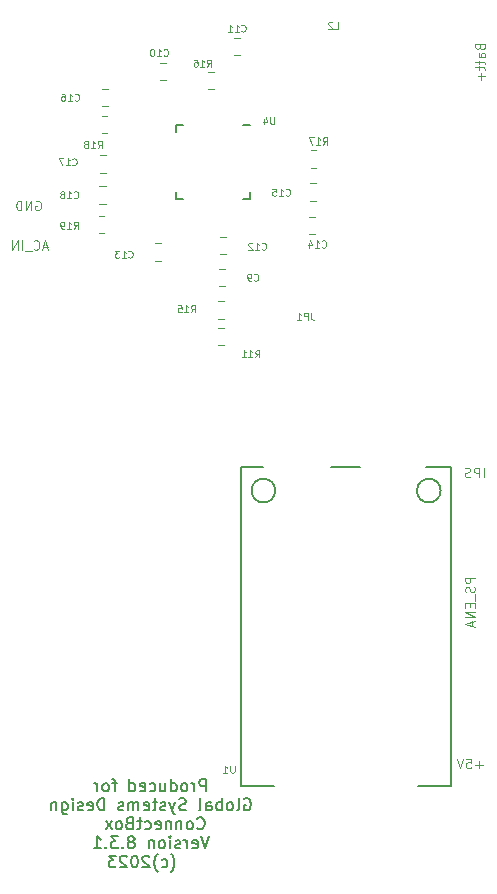
<source format=gbr>
%TF.GenerationSoftware,KiCad,Pcbnew,7.0.10*%
%TF.CreationDate,2025-01-07T15:59:30-07:00*%
%TF.ProjectId,HATA_ver_8.3.1,48415441-5f76-4657-925f-382e332e312e,8.3.1*%
%TF.SameCoordinates,Original*%
%TF.FileFunction,Legend,Bot*%
%TF.FilePolarity,Positive*%
%FSLAX46Y46*%
G04 Gerber Fmt 4.6, Leading zero omitted, Abs format (unit mm)*
G04 Created by KiCad (PCBNEW 7.0.10) date 2025-01-07 15:59:30*
%MOMM*%
%LPD*%
G01*
G04 APERTURE LIST*
%ADD10C,0.100000*%
%ADD11C,0.150000*%
%ADD12C,0.120000*%
G04 APERTURE END LIST*
D10*
X240530951Y-144754895D02*
X240530951Y-143954895D01*
X240149999Y-144754895D02*
X240149999Y-143954895D01*
X240149999Y-143954895D02*
X239845237Y-143954895D01*
X239845237Y-143954895D02*
X239769047Y-143992990D01*
X239769047Y-143992990D02*
X239730952Y-144031085D01*
X239730952Y-144031085D02*
X239692856Y-144107276D01*
X239692856Y-144107276D02*
X239692856Y-144221561D01*
X239692856Y-144221561D02*
X239730952Y-144297752D01*
X239730952Y-144297752D02*
X239769047Y-144335847D01*
X239769047Y-144335847D02*
X239845237Y-144373942D01*
X239845237Y-144373942D02*
X240149999Y-144373942D01*
X239388095Y-144716800D02*
X239273809Y-144754895D01*
X239273809Y-144754895D02*
X239083333Y-144754895D01*
X239083333Y-144754895D02*
X239007142Y-144716800D01*
X239007142Y-144716800D02*
X238969047Y-144678704D01*
X238969047Y-144678704D02*
X238930952Y-144602514D01*
X238930952Y-144602514D02*
X238930952Y-144526323D01*
X238930952Y-144526323D02*
X238969047Y-144450133D01*
X238969047Y-144450133D02*
X239007142Y-144412038D01*
X239007142Y-144412038D02*
X239083333Y-144373942D01*
X239083333Y-144373942D02*
X239235714Y-144335847D01*
X239235714Y-144335847D02*
X239311904Y-144297752D01*
X239311904Y-144297752D02*
X239349999Y-144259657D01*
X239349999Y-144259657D02*
X239388095Y-144183466D01*
X239388095Y-144183466D02*
X239388095Y-144107276D01*
X239388095Y-144107276D02*
X239349999Y-144031085D01*
X239349999Y-144031085D02*
X239311904Y-143992990D01*
X239311904Y-143992990D02*
X239235714Y-143954895D01*
X239235714Y-143954895D02*
X239045237Y-143954895D01*
X239045237Y-143954895D02*
X238930952Y-143992990D01*
D11*
X217016667Y-171354819D02*
X217016667Y-170354819D01*
X217016667Y-170354819D02*
X216635715Y-170354819D01*
X216635715Y-170354819D02*
X216540477Y-170402438D01*
X216540477Y-170402438D02*
X216492858Y-170450057D01*
X216492858Y-170450057D02*
X216445239Y-170545295D01*
X216445239Y-170545295D02*
X216445239Y-170688152D01*
X216445239Y-170688152D02*
X216492858Y-170783390D01*
X216492858Y-170783390D02*
X216540477Y-170831009D01*
X216540477Y-170831009D02*
X216635715Y-170878628D01*
X216635715Y-170878628D02*
X217016667Y-170878628D01*
X216016667Y-171354819D02*
X216016667Y-170688152D01*
X216016667Y-170878628D02*
X215969048Y-170783390D01*
X215969048Y-170783390D02*
X215921429Y-170735771D01*
X215921429Y-170735771D02*
X215826191Y-170688152D01*
X215826191Y-170688152D02*
X215730953Y-170688152D01*
X215254762Y-171354819D02*
X215350000Y-171307200D01*
X215350000Y-171307200D02*
X215397619Y-171259580D01*
X215397619Y-171259580D02*
X215445238Y-171164342D01*
X215445238Y-171164342D02*
X215445238Y-170878628D01*
X215445238Y-170878628D02*
X215397619Y-170783390D01*
X215397619Y-170783390D02*
X215350000Y-170735771D01*
X215350000Y-170735771D02*
X215254762Y-170688152D01*
X215254762Y-170688152D02*
X215111905Y-170688152D01*
X215111905Y-170688152D02*
X215016667Y-170735771D01*
X215016667Y-170735771D02*
X214969048Y-170783390D01*
X214969048Y-170783390D02*
X214921429Y-170878628D01*
X214921429Y-170878628D02*
X214921429Y-171164342D01*
X214921429Y-171164342D02*
X214969048Y-171259580D01*
X214969048Y-171259580D02*
X215016667Y-171307200D01*
X215016667Y-171307200D02*
X215111905Y-171354819D01*
X215111905Y-171354819D02*
X215254762Y-171354819D01*
X214064286Y-171354819D02*
X214064286Y-170354819D01*
X214064286Y-171307200D02*
X214159524Y-171354819D01*
X214159524Y-171354819D02*
X214350000Y-171354819D01*
X214350000Y-171354819D02*
X214445238Y-171307200D01*
X214445238Y-171307200D02*
X214492857Y-171259580D01*
X214492857Y-171259580D02*
X214540476Y-171164342D01*
X214540476Y-171164342D02*
X214540476Y-170878628D01*
X214540476Y-170878628D02*
X214492857Y-170783390D01*
X214492857Y-170783390D02*
X214445238Y-170735771D01*
X214445238Y-170735771D02*
X214350000Y-170688152D01*
X214350000Y-170688152D02*
X214159524Y-170688152D01*
X214159524Y-170688152D02*
X214064286Y-170735771D01*
X213159524Y-170688152D02*
X213159524Y-171354819D01*
X213588095Y-170688152D02*
X213588095Y-171211961D01*
X213588095Y-171211961D02*
X213540476Y-171307200D01*
X213540476Y-171307200D02*
X213445238Y-171354819D01*
X213445238Y-171354819D02*
X213302381Y-171354819D01*
X213302381Y-171354819D02*
X213207143Y-171307200D01*
X213207143Y-171307200D02*
X213159524Y-171259580D01*
X212254762Y-171307200D02*
X212350000Y-171354819D01*
X212350000Y-171354819D02*
X212540476Y-171354819D01*
X212540476Y-171354819D02*
X212635714Y-171307200D01*
X212635714Y-171307200D02*
X212683333Y-171259580D01*
X212683333Y-171259580D02*
X212730952Y-171164342D01*
X212730952Y-171164342D02*
X212730952Y-170878628D01*
X212730952Y-170878628D02*
X212683333Y-170783390D01*
X212683333Y-170783390D02*
X212635714Y-170735771D01*
X212635714Y-170735771D02*
X212540476Y-170688152D01*
X212540476Y-170688152D02*
X212350000Y-170688152D01*
X212350000Y-170688152D02*
X212254762Y-170735771D01*
X211445238Y-171307200D02*
X211540476Y-171354819D01*
X211540476Y-171354819D02*
X211730952Y-171354819D01*
X211730952Y-171354819D02*
X211826190Y-171307200D01*
X211826190Y-171307200D02*
X211873809Y-171211961D01*
X211873809Y-171211961D02*
X211873809Y-170831009D01*
X211873809Y-170831009D02*
X211826190Y-170735771D01*
X211826190Y-170735771D02*
X211730952Y-170688152D01*
X211730952Y-170688152D02*
X211540476Y-170688152D01*
X211540476Y-170688152D02*
X211445238Y-170735771D01*
X211445238Y-170735771D02*
X211397619Y-170831009D01*
X211397619Y-170831009D02*
X211397619Y-170926247D01*
X211397619Y-170926247D02*
X211873809Y-171021485D01*
X210540476Y-171354819D02*
X210540476Y-170354819D01*
X210540476Y-171307200D02*
X210635714Y-171354819D01*
X210635714Y-171354819D02*
X210826190Y-171354819D01*
X210826190Y-171354819D02*
X210921428Y-171307200D01*
X210921428Y-171307200D02*
X210969047Y-171259580D01*
X210969047Y-171259580D02*
X211016666Y-171164342D01*
X211016666Y-171164342D02*
X211016666Y-170878628D01*
X211016666Y-170878628D02*
X210969047Y-170783390D01*
X210969047Y-170783390D02*
X210921428Y-170735771D01*
X210921428Y-170735771D02*
X210826190Y-170688152D01*
X210826190Y-170688152D02*
X210635714Y-170688152D01*
X210635714Y-170688152D02*
X210540476Y-170735771D01*
X209445237Y-170688152D02*
X209064285Y-170688152D01*
X209302380Y-171354819D02*
X209302380Y-170497676D01*
X209302380Y-170497676D02*
X209254761Y-170402438D01*
X209254761Y-170402438D02*
X209159523Y-170354819D01*
X209159523Y-170354819D02*
X209064285Y-170354819D01*
X208588094Y-171354819D02*
X208683332Y-171307200D01*
X208683332Y-171307200D02*
X208730951Y-171259580D01*
X208730951Y-171259580D02*
X208778570Y-171164342D01*
X208778570Y-171164342D02*
X208778570Y-170878628D01*
X208778570Y-170878628D02*
X208730951Y-170783390D01*
X208730951Y-170783390D02*
X208683332Y-170735771D01*
X208683332Y-170735771D02*
X208588094Y-170688152D01*
X208588094Y-170688152D02*
X208445237Y-170688152D01*
X208445237Y-170688152D02*
X208349999Y-170735771D01*
X208349999Y-170735771D02*
X208302380Y-170783390D01*
X208302380Y-170783390D02*
X208254761Y-170878628D01*
X208254761Y-170878628D02*
X208254761Y-171164342D01*
X208254761Y-171164342D02*
X208302380Y-171259580D01*
X208302380Y-171259580D02*
X208349999Y-171307200D01*
X208349999Y-171307200D02*
X208445237Y-171354819D01*
X208445237Y-171354819D02*
X208588094Y-171354819D01*
X207826189Y-171354819D02*
X207826189Y-170688152D01*
X207826189Y-170878628D02*
X207778570Y-170783390D01*
X207778570Y-170783390D02*
X207730951Y-170735771D01*
X207730951Y-170735771D02*
X207635713Y-170688152D01*
X207635713Y-170688152D02*
X207540475Y-170688152D01*
X220254763Y-172012438D02*
X220350001Y-171964819D01*
X220350001Y-171964819D02*
X220492858Y-171964819D01*
X220492858Y-171964819D02*
X220635715Y-172012438D01*
X220635715Y-172012438D02*
X220730953Y-172107676D01*
X220730953Y-172107676D02*
X220778572Y-172202914D01*
X220778572Y-172202914D02*
X220826191Y-172393390D01*
X220826191Y-172393390D02*
X220826191Y-172536247D01*
X220826191Y-172536247D02*
X220778572Y-172726723D01*
X220778572Y-172726723D02*
X220730953Y-172821961D01*
X220730953Y-172821961D02*
X220635715Y-172917200D01*
X220635715Y-172917200D02*
X220492858Y-172964819D01*
X220492858Y-172964819D02*
X220397620Y-172964819D01*
X220397620Y-172964819D02*
X220254763Y-172917200D01*
X220254763Y-172917200D02*
X220207144Y-172869580D01*
X220207144Y-172869580D02*
X220207144Y-172536247D01*
X220207144Y-172536247D02*
X220397620Y-172536247D01*
X219635715Y-172964819D02*
X219730953Y-172917200D01*
X219730953Y-172917200D02*
X219778572Y-172821961D01*
X219778572Y-172821961D02*
X219778572Y-171964819D01*
X219111905Y-172964819D02*
X219207143Y-172917200D01*
X219207143Y-172917200D02*
X219254762Y-172869580D01*
X219254762Y-172869580D02*
X219302381Y-172774342D01*
X219302381Y-172774342D02*
X219302381Y-172488628D01*
X219302381Y-172488628D02*
X219254762Y-172393390D01*
X219254762Y-172393390D02*
X219207143Y-172345771D01*
X219207143Y-172345771D02*
X219111905Y-172298152D01*
X219111905Y-172298152D02*
X218969048Y-172298152D01*
X218969048Y-172298152D02*
X218873810Y-172345771D01*
X218873810Y-172345771D02*
X218826191Y-172393390D01*
X218826191Y-172393390D02*
X218778572Y-172488628D01*
X218778572Y-172488628D02*
X218778572Y-172774342D01*
X218778572Y-172774342D02*
X218826191Y-172869580D01*
X218826191Y-172869580D02*
X218873810Y-172917200D01*
X218873810Y-172917200D02*
X218969048Y-172964819D01*
X218969048Y-172964819D02*
X219111905Y-172964819D01*
X218350000Y-172964819D02*
X218350000Y-171964819D01*
X218350000Y-172345771D02*
X218254762Y-172298152D01*
X218254762Y-172298152D02*
X218064286Y-172298152D01*
X218064286Y-172298152D02*
X217969048Y-172345771D01*
X217969048Y-172345771D02*
X217921429Y-172393390D01*
X217921429Y-172393390D02*
X217873810Y-172488628D01*
X217873810Y-172488628D02*
X217873810Y-172774342D01*
X217873810Y-172774342D02*
X217921429Y-172869580D01*
X217921429Y-172869580D02*
X217969048Y-172917200D01*
X217969048Y-172917200D02*
X218064286Y-172964819D01*
X218064286Y-172964819D02*
X218254762Y-172964819D01*
X218254762Y-172964819D02*
X218350000Y-172917200D01*
X217016667Y-172964819D02*
X217016667Y-172441009D01*
X217016667Y-172441009D02*
X217064286Y-172345771D01*
X217064286Y-172345771D02*
X217159524Y-172298152D01*
X217159524Y-172298152D02*
X217350000Y-172298152D01*
X217350000Y-172298152D02*
X217445238Y-172345771D01*
X217016667Y-172917200D02*
X217111905Y-172964819D01*
X217111905Y-172964819D02*
X217350000Y-172964819D01*
X217350000Y-172964819D02*
X217445238Y-172917200D01*
X217445238Y-172917200D02*
X217492857Y-172821961D01*
X217492857Y-172821961D02*
X217492857Y-172726723D01*
X217492857Y-172726723D02*
X217445238Y-172631485D01*
X217445238Y-172631485D02*
X217350000Y-172583866D01*
X217350000Y-172583866D02*
X217111905Y-172583866D01*
X217111905Y-172583866D02*
X217016667Y-172536247D01*
X216397619Y-172964819D02*
X216492857Y-172917200D01*
X216492857Y-172917200D02*
X216540476Y-172821961D01*
X216540476Y-172821961D02*
X216540476Y-171964819D01*
X215302380Y-172917200D02*
X215159523Y-172964819D01*
X215159523Y-172964819D02*
X214921428Y-172964819D01*
X214921428Y-172964819D02*
X214826190Y-172917200D01*
X214826190Y-172917200D02*
X214778571Y-172869580D01*
X214778571Y-172869580D02*
X214730952Y-172774342D01*
X214730952Y-172774342D02*
X214730952Y-172679104D01*
X214730952Y-172679104D02*
X214778571Y-172583866D01*
X214778571Y-172583866D02*
X214826190Y-172536247D01*
X214826190Y-172536247D02*
X214921428Y-172488628D01*
X214921428Y-172488628D02*
X215111904Y-172441009D01*
X215111904Y-172441009D02*
X215207142Y-172393390D01*
X215207142Y-172393390D02*
X215254761Y-172345771D01*
X215254761Y-172345771D02*
X215302380Y-172250533D01*
X215302380Y-172250533D02*
X215302380Y-172155295D01*
X215302380Y-172155295D02*
X215254761Y-172060057D01*
X215254761Y-172060057D02*
X215207142Y-172012438D01*
X215207142Y-172012438D02*
X215111904Y-171964819D01*
X215111904Y-171964819D02*
X214873809Y-171964819D01*
X214873809Y-171964819D02*
X214730952Y-172012438D01*
X214397618Y-172298152D02*
X214159523Y-172964819D01*
X213921428Y-172298152D02*
X214159523Y-172964819D01*
X214159523Y-172964819D02*
X214254761Y-173202914D01*
X214254761Y-173202914D02*
X214302380Y-173250533D01*
X214302380Y-173250533D02*
X214397618Y-173298152D01*
X213588094Y-172917200D02*
X213492856Y-172964819D01*
X213492856Y-172964819D02*
X213302380Y-172964819D01*
X213302380Y-172964819D02*
X213207142Y-172917200D01*
X213207142Y-172917200D02*
X213159523Y-172821961D01*
X213159523Y-172821961D02*
X213159523Y-172774342D01*
X213159523Y-172774342D02*
X213207142Y-172679104D01*
X213207142Y-172679104D02*
X213302380Y-172631485D01*
X213302380Y-172631485D02*
X213445237Y-172631485D01*
X213445237Y-172631485D02*
X213540475Y-172583866D01*
X213540475Y-172583866D02*
X213588094Y-172488628D01*
X213588094Y-172488628D02*
X213588094Y-172441009D01*
X213588094Y-172441009D02*
X213540475Y-172345771D01*
X213540475Y-172345771D02*
X213445237Y-172298152D01*
X213445237Y-172298152D02*
X213302380Y-172298152D01*
X213302380Y-172298152D02*
X213207142Y-172345771D01*
X212873808Y-172298152D02*
X212492856Y-172298152D01*
X212730951Y-171964819D02*
X212730951Y-172821961D01*
X212730951Y-172821961D02*
X212683332Y-172917200D01*
X212683332Y-172917200D02*
X212588094Y-172964819D01*
X212588094Y-172964819D02*
X212492856Y-172964819D01*
X211778570Y-172917200D02*
X211873808Y-172964819D01*
X211873808Y-172964819D02*
X212064284Y-172964819D01*
X212064284Y-172964819D02*
X212159522Y-172917200D01*
X212159522Y-172917200D02*
X212207141Y-172821961D01*
X212207141Y-172821961D02*
X212207141Y-172441009D01*
X212207141Y-172441009D02*
X212159522Y-172345771D01*
X212159522Y-172345771D02*
X212064284Y-172298152D01*
X212064284Y-172298152D02*
X211873808Y-172298152D01*
X211873808Y-172298152D02*
X211778570Y-172345771D01*
X211778570Y-172345771D02*
X211730951Y-172441009D01*
X211730951Y-172441009D02*
X211730951Y-172536247D01*
X211730951Y-172536247D02*
X212207141Y-172631485D01*
X211302379Y-172964819D02*
X211302379Y-172298152D01*
X211302379Y-172393390D02*
X211254760Y-172345771D01*
X211254760Y-172345771D02*
X211159522Y-172298152D01*
X211159522Y-172298152D02*
X211016665Y-172298152D01*
X211016665Y-172298152D02*
X210921427Y-172345771D01*
X210921427Y-172345771D02*
X210873808Y-172441009D01*
X210873808Y-172441009D02*
X210873808Y-172964819D01*
X210873808Y-172441009D02*
X210826189Y-172345771D01*
X210826189Y-172345771D02*
X210730951Y-172298152D01*
X210730951Y-172298152D02*
X210588094Y-172298152D01*
X210588094Y-172298152D02*
X210492855Y-172345771D01*
X210492855Y-172345771D02*
X210445236Y-172441009D01*
X210445236Y-172441009D02*
X210445236Y-172964819D01*
X210016665Y-172917200D02*
X209921427Y-172964819D01*
X209921427Y-172964819D02*
X209730951Y-172964819D01*
X209730951Y-172964819D02*
X209635713Y-172917200D01*
X209635713Y-172917200D02*
X209588094Y-172821961D01*
X209588094Y-172821961D02*
X209588094Y-172774342D01*
X209588094Y-172774342D02*
X209635713Y-172679104D01*
X209635713Y-172679104D02*
X209730951Y-172631485D01*
X209730951Y-172631485D02*
X209873808Y-172631485D01*
X209873808Y-172631485D02*
X209969046Y-172583866D01*
X209969046Y-172583866D02*
X210016665Y-172488628D01*
X210016665Y-172488628D02*
X210016665Y-172441009D01*
X210016665Y-172441009D02*
X209969046Y-172345771D01*
X209969046Y-172345771D02*
X209873808Y-172298152D01*
X209873808Y-172298152D02*
X209730951Y-172298152D01*
X209730951Y-172298152D02*
X209635713Y-172345771D01*
X208397617Y-172964819D02*
X208397617Y-171964819D01*
X208397617Y-171964819D02*
X208159522Y-171964819D01*
X208159522Y-171964819D02*
X208016665Y-172012438D01*
X208016665Y-172012438D02*
X207921427Y-172107676D01*
X207921427Y-172107676D02*
X207873808Y-172202914D01*
X207873808Y-172202914D02*
X207826189Y-172393390D01*
X207826189Y-172393390D02*
X207826189Y-172536247D01*
X207826189Y-172536247D02*
X207873808Y-172726723D01*
X207873808Y-172726723D02*
X207921427Y-172821961D01*
X207921427Y-172821961D02*
X208016665Y-172917200D01*
X208016665Y-172917200D02*
X208159522Y-172964819D01*
X208159522Y-172964819D02*
X208397617Y-172964819D01*
X207016665Y-172917200D02*
X207111903Y-172964819D01*
X207111903Y-172964819D02*
X207302379Y-172964819D01*
X207302379Y-172964819D02*
X207397617Y-172917200D01*
X207397617Y-172917200D02*
X207445236Y-172821961D01*
X207445236Y-172821961D02*
X207445236Y-172441009D01*
X207445236Y-172441009D02*
X207397617Y-172345771D01*
X207397617Y-172345771D02*
X207302379Y-172298152D01*
X207302379Y-172298152D02*
X207111903Y-172298152D01*
X207111903Y-172298152D02*
X207016665Y-172345771D01*
X207016665Y-172345771D02*
X206969046Y-172441009D01*
X206969046Y-172441009D02*
X206969046Y-172536247D01*
X206969046Y-172536247D02*
X207445236Y-172631485D01*
X206588093Y-172917200D02*
X206492855Y-172964819D01*
X206492855Y-172964819D02*
X206302379Y-172964819D01*
X206302379Y-172964819D02*
X206207141Y-172917200D01*
X206207141Y-172917200D02*
X206159522Y-172821961D01*
X206159522Y-172821961D02*
X206159522Y-172774342D01*
X206159522Y-172774342D02*
X206207141Y-172679104D01*
X206207141Y-172679104D02*
X206302379Y-172631485D01*
X206302379Y-172631485D02*
X206445236Y-172631485D01*
X206445236Y-172631485D02*
X206540474Y-172583866D01*
X206540474Y-172583866D02*
X206588093Y-172488628D01*
X206588093Y-172488628D02*
X206588093Y-172441009D01*
X206588093Y-172441009D02*
X206540474Y-172345771D01*
X206540474Y-172345771D02*
X206445236Y-172298152D01*
X206445236Y-172298152D02*
X206302379Y-172298152D01*
X206302379Y-172298152D02*
X206207141Y-172345771D01*
X205730950Y-172964819D02*
X205730950Y-172298152D01*
X205730950Y-171964819D02*
X205778569Y-172012438D01*
X205778569Y-172012438D02*
X205730950Y-172060057D01*
X205730950Y-172060057D02*
X205683331Y-172012438D01*
X205683331Y-172012438D02*
X205730950Y-171964819D01*
X205730950Y-171964819D02*
X205730950Y-172060057D01*
X204826189Y-172298152D02*
X204826189Y-173107676D01*
X204826189Y-173107676D02*
X204873808Y-173202914D01*
X204873808Y-173202914D02*
X204921427Y-173250533D01*
X204921427Y-173250533D02*
X205016665Y-173298152D01*
X205016665Y-173298152D02*
X205159522Y-173298152D01*
X205159522Y-173298152D02*
X205254760Y-173250533D01*
X204826189Y-172917200D02*
X204921427Y-172964819D01*
X204921427Y-172964819D02*
X205111903Y-172964819D01*
X205111903Y-172964819D02*
X205207141Y-172917200D01*
X205207141Y-172917200D02*
X205254760Y-172869580D01*
X205254760Y-172869580D02*
X205302379Y-172774342D01*
X205302379Y-172774342D02*
X205302379Y-172488628D01*
X205302379Y-172488628D02*
X205254760Y-172393390D01*
X205254760Y-172393390D02*
X205207141Y-172345771D01*
X205207141Y-172345771D02*
X205111903Y-172298152D01*
X205111903Y-172298152D02*
X204921427Y-172298152D01*
X204921427Y-172298152D02*
X204826189Y-172345771D01*
X204349998Y-172298152D02*
X204349998Y-172964819D01*
X204349998Y-172393390D02*
X204302379Y-172345771D01*
X204302379Y-172345771D02*
X204207141Y-172298152D01*
X204207141Y-172298152D02*
X204064284Y-172298152D01*
X204064284Y-172298152D02*
X203969046Y-172345771D01*
X203969046Y-172345771D02*
X203921427Y-172441009D01*
X203921427Y-172441009D02*
X203921427Y-172964819D01*
X216278572Y-174479580D02*
X216326191Y-174527200D01*
X216326191Y-174527200D02*
X216469048Y-174574819D01*
X216469048Y-174574819D02*
X216564286Y-174574819D01*
X216564286Y-174574819D02*
X216707143Y-174527200D01*
X216707143Y-174527200D02*
X216802381Y-174431961D01*
X216802381Y-174431961D02*
X216850000Y-174336723D01*
X216850000Y-174336723D02*
X216897619Y-174146247D01*
X216897619Y-174146247D02*
X216897619Y-174003390D01*
X216897619Y-174003390D02*
X216850000Y-173812914D01*
X216850000Y-173812914D02*
X216802381Y-173717676D01*
X216802381Y-173717676D02*
X216707143Y-173622438D01*
X216707143Y-173622438D02*
X216564286Y-173574819D01*
X216564286Y-173574819D02*
X216469048Y-173574819D01*
X216469048Y-173574819D02*
X216326191Y-173622438D01*
X216326191Y-173622438D02*
X216278572Y-173670057D01*
X215707143Y-174574819D02*
X215802381Y-174527200D01*
X215802381Y-174527200D02*
X215850000Y-174479580D01*
X215850000Y-174479580D02*
X215897619Y-174384342D01*
X215897619Y-174384342D02*
X215897619Y-174098628D01*
X215897619Y-174098628D02*
X215850000Y-174003390D01*
X215850000Y-174003390D02*
X215802381Y-173955771D01*
X215802381Y-173955771D02*
X215707143Y-173908152D01*
X215707143Y-173908152D02*
X215564286Y-173908152D01*
X215564286Y-173908152D02*
X215469048Y-173955771D01*
X215469048Y-173955771D02*
X215421429Y-174003390D01*
X215421429Y-174003390D02*
X215373810Y-174098628D01*
X215373810Y-174098628D02*
X215373810Y-174384342D01*
X215373810Y-174384342D02*
X215421429Y-174479580D01*
X215421429Y-174479580D02*
X215469048Y-174527200D01*
X215469048Y-174527200D02*
X215564286Y-174574819D01*
X215564286Y-174574819D02*
X215707143Y-174574819D01*
X214945238Y-173908152D02*
X214945238Y-174574819D01*
X214945238Y-174003390D02*
X214897619Y-173955771D01*
X214897619Y-173955771D02*
X214802381Y-173908152D01*
X214802381Y-173908152D02*
X214659524Y-173908152D01*
X214659524Y-173908152D02*
X214564286Y-173955771D01*
X214564286Y-173955771D02*
X214516667Y-174051009D01*
X214516667Y-174051009D02*
X214516667Y-174574819D01*
X214040476Y-173908152D02*
X214040476Y-174574819D01*
X214040476Y-174003390D02*
X213992857Y-173955771D01*
X213992857Y-173955771D02*
X213897619Y-173908152D01*
X213897619Y-173908152D02*
X213754762Y-173908152D01*
X213754762Y-173908152D02*
X213659524Y-173955771D01*
X213659524Y-173955771D02*
X213611905Y-174051009D01*
X213611905Y-174051009D02*
X213611905Y-174574819D01*
X212754762Y-174527200D02*
X212850000Y-174574819D01*
X212850000Y-174574819D02*
X213040476Y-174574819D01*
X213040476Y-174574819D02*
X213135714Y-174527200D01*
X213135714Y-174527200D02*
X213183333Y-174431961D01*
X213183333Y-174431961D02*
X213183333Y-174051009D01*
X213183333Y-174051009D02*
X213135714Y-173955771D01*
X213135714Y-173955771D02*
X213040476Y-173908152D01*
X213040476Y-173908152D02*
X212850000Y-173908152D01*
X212850000Y-173908152D02*
X212754762Y-173955771D01*
X212754762Y-173955771D02*
X212707143Y-174051009D01*
X212707143Y-174051009D02*
X212707143Y-174146247D01*
X212707143Y-174146247D02*
X213183333Y-174241485D01*
X211850000Y-174527200D02*
X211945238Y-174574819D01*
X211945238Y-174574819D02*
X212135714Y-174574819D01*
X212135714Y-174574819D02*
X212230952Y-174527200D01*
X212230952Y-174527200D02*
X212278571Y-174479580D01*
X212278571Y-174479580D02*
X212326190Y-174384342D01*
X212326190Y-174384342D02*
X212326190Y-174098628D01*
X212326190Y-174098628D02*
X212278571Y-174003390D01*
X212278571Y-174003390D02*
X212230952Y-173955771D01*
X212230952Y-173955771D02*
X212135714Y-173908152D01*
X212135714Y-173908152D02*
X211945238Y-173908152D01*
X211945238Y-173908152D02*
X211850000Y-173955771D01*
X211564285Y-173908152D02*
X211183333Y-173908152D01*
X211421428Y-173574819D02*
X211421428Y-174431961D01*
X211421428Y-174431961D02*
X211373809Y-174527200D01*
X211373809Y-174527200D02*
X211278571Y-174574819D01*
X211278571Y-174574819D02*
X211183333Y-174574819D01*
X210516666Y-174051009D02*
X210373809Y-174098628D01*
X210373809Y-174098628D02*
X210326190Y-174146247D01*
X210326190Y-174146247D02*
X210278571Y-174241485D01*
X210278571Y-174241485D02*
X210278571Y-174384342D01*
X210278571Y-174384342D02*
X210326190Y-174479580D01*
X210326190Y-174479580D02*
X210373809Y-174527200D01*
X210373809Y-174527200D02*
X210469047Y-174574819D01*
X210469047Y-174574819D02*
X210849999Y-174574819D01*
X210849999Y-174574819D02*
X210849999Y-173574819D01*
X210849999Y-173574819D02*
X210516666Y-173574819D01*
X210516666Y-173574819D02*
X210421428Y-173622438D01*
X210421428Y-173622438D02*
X210373809Y-173670057D01*
X210373809Y-173670057D02*
X210326190Y-173765295D01*
X210326190Y-173765295D02*
X210326190Y-173860533D01*
X210326190Y-173860533D02*
X210373809Y-173955771D01*
X210373809Y-173955771D02*
X210421428Y-174003390D01*
X210421428Y-174003390D02*
X210516666Y-174051009D01*
X210516666Y-174051009D02*
X210849999Y-174051009D01*
X209707142Y-174574819D02*
X209802380Y-174527200D01*
X209802380Y-174527200D02*
X209849999Y-174479580D01*
X209849999Y-174479580D02*
X209897618Y-174384342D01*
X209897618Y-174384342D02*
X209897618Y-174098628D01*
X209897618Y-174098628D02*
X209849999Y-174003390D01*
X209849999Y-174003390D02*
X209802380Y-173955771D01*
X209802380Y-173955771D02*
X209707142Y-173908152D01*
X209707142Y-173908152D02*
X209564285Y-173908152D01*
X209564285Y-173908152D02*
X209469047Y-173955771D01*
X209469047Y-173955771D02*
X209421428Y-174003390D01*
X209421428Y-174003390D02*
X209373809Y-174098628D01*
X209373809Y-174098628D02*
X209373809Y-174384342D01*
X209373809Y-174384342D02*
X209421428Y-174479580D01*
X209421428Y-174479580D02*
X209469047Y-174527200D01*
X209469047Y-174527200D02*
X209564285Y-174574819D01*
X209564285Y-174574819D02*
X209707142Y-174574819D01*
X209040475Y-174574819D02*
X208516666Y-173908152D01*
X209040475Y-173908152D02*
X208516666Y-174574819D01*
X217254761Y-175184819D02*
X216921428Y-176184819D01*
X216921428Y-176184819D02*
X216588095Y-175184819D01*
X215873809Y-176137200D02*
X215969047Y-176184819D01*
X215969047Y-176184819D02*
X216159523Y-176184819D01*
X216159523Y-176184819D02*
X216254761Y-176137200D01*
X216254761Y-176137200D02*
X216302380Y-176041961D01*
X216302380Y-176041961D02*
X216302380Y-175661009D01*
X216302380Y-175661009D02*
X216254761Y-175565771D01*
X216254761Y-175565771D02*
X216159523Y-175518152D01*
X216159523Y-175518152D02*
X215969047Y-175518152D01*
X215969047Y-175518152D02*
X215873809Y-175565771D01*
X215873809Y-175565771D02*
X215826190Y-175661009D01*
X215826190Y-175661009D02*
X215826190Y-175756247D01*
X215826190Y-175756247D02*
X216302380Y-175851485D01*
X215397618Y-176184819D02*
X215397618Y-175518152D01*
X215397618Y-175708628D02*
X215349999Y-175613390D01*
X215349999Y-175613390D02*
X215302380Y-175565771D01*
X215302380Y-175565771D02*
X215207142Y-175518152D01*
X215207142Y-175518152D02*
X215111904Y-175518152D01*
X214826189Y-176137200D02*
X214730951Y-176184819D01*
X214730951Y-176184819D02*
X214540475Y-176184819D01*
X214540475Y-176184819D02*
X214445237Y-176137200D01*
X214445237Y-176137200D02*
X214397618Y-176041961D01*
X214397618Y-176041961D02*
X214397618Y-175994342D01*
X214397618Y-175994342D02*
X214445237Y-175899104D01*
X214445237Y-175899104D02*
X214540475Y-175851485D01*
X214540475Y-175851485D02*
X214683332Y-175851485D01*
X214683332Y-175851485D02*
X214778570Y-175803866D01*
X214778570Y-175803866D02*
X214826189Y-175708628D01*
X214826189Y-175708628D02*
X214826189Y-175661009D01*
X214826189Y-175661009D02*
X214778570Y-175565771D01*
X214778570Y-175565771D02*
X214683332Y-175518152D01*
X214683332Y-175518152D02*
X214540475Y-175518152D01*
X214540475Y-175518152D02*
X214445237Y-175565771D01*
X213969046Y-176184819D02*
X213969046Y-175518152D01*
X213969046Y-175184819D02*
X214016665Y-175232438D01*
X214016665Y-175232438D02*
X213969046Y-175280057D01*
X213969046Y-175280057D02*
X213921427Y-175232438D01*
X213921427Y-175232438D02*
X213969046Y-175184819D01*
X213969046Y-175184819D02*
X213969046Y-175280057D01*
X213349999Y-176184819D02*
X213445237Y-176137200D01*
X213445237Y-176137200D02*
X213492856Y-176089580D01*
X213492856Y-176089580D02*
X213540475Y-175994342D01*
X213540475Y-175994342D02*
X213540475Y-175708628D01*
X213540475Y-175708628D02*
X213492856Y-175613390D01*
X213492856Y-175613390D02*
X213445237Y-175565771D01*
X213445237Y-175565771D02*
X213349999Y-175518152D01*
X213349999Y-175518152D02*
X213207142Y-175518152D01*
X213207142Y-175518152D02*
X213111904Y-175565771D01*
X213111904Y-175565771D02*
X213064285Y-175613390D01*
X213064285Y-175613390D02*
X213016666Y-175708628D01*
X213016666Y-175708628D02*
X213016666Y-175994342D01*
X213016666Y-175994342D02*
X213064285Y-176089580D01*
X213064285Y-176089580D02*
X213111904Y-176137200D01*
X213111904Y-176137200D02*
X213207142Y-176184819D01*
X213207142Y-176184819D02*
X213349999Y-176184819D01*
X212588094Y-175518152D02*
X212588094Y-176184819D01*
X212588094Y-175613390D02*
X212540475Y-175565771D01*
X212540475Y-175565771D02*
X212445237Y-175518152D01*
X212445237Y-175518152D02*
X212302380Y-175518152D01*
X212302380Y-175518152D02*
X212207142Y-175565771D01*
X212207142Y-175565771D02*
X212159523Y-175661009D01*
X212159523Y-175661009D02*
X212159523Y-176184819D01*
X210778570Y-175613390D02*
X210873808Y-175565771D01*
X210873808Y-175565771D02*
X210921427Y-175518152D01*
X210921427Y-175518152D02*
X210969046Y-175422914D01*
X210969046Y-175422914D02*
X210969046Y-175375295D01*
X210969046Y-175375295D02*
X210921427Y-175280057D01*
X210921427Y-175280057D02*
X210873808Y-175232438D01*
X210873808Y-175232438D02*
X210778570Y-175184819D01*
X210778570Y-175184819D02*
X210588094Y-175184819D01*
X210588094Y-175184819D02*
X210492856Y-175232438D01*
X210492856Y-175232438D02*
X210445237Y-175280057D01*
X210445237Y-175280057D02*
X210397618Y-175375295D01*
X210397618Y-175375295D02*
X210397618Y-175422914D01*
X210397618Y-175422914D02*
X210445237Y-175518152D01*
X210445237Y-175518152D02*
X210492856Y-175565771D01*
X210492856Y-175565771D02*
X210588094Y-175613390D01*
X210588094Y-175613390D02*
X210778570Y-175613390D01*
X210778570Y-175613390D02*
X210873808Y-175661009D01*
X210873808Y-175661009D02*
X210921427Y-175708628D01*
X210921427Y-175708628D02*
X210969046Y-175803866D01*
X210969046Y-175803866D02*
X210969046Y-175994342D01*
X210969046Y-175994342D02*
X210921427Y-176089580D01*
X210921427Y-176089580D02*
X210873808Y-176137200D01*
X210873808Y-176137200D02*
X210778570Y-176184819D01*
X210778570Y-176184819D02*
X210588094Y-176184819D01*
X210588094Y-176184819D02*
X210492856Y-176137200D01*
X210492856Y-176137200D02*
X210445237Y-176089580D01*
X210445237Y-176089580D02*
X210397618Y-175994342D01*
X210397618Y-175994342D02*
X210397618Y-175803866D01*
X210397618Y-175803866D02*
X210445237Y-175708628D01*
X210445237Y-175708628D02*
X210492856Y-175661009D01*
X210492856Y-175661009D02*
X210588094Y-175613390D01*
X209969046Y-176089580D02*
X209921427Y-176137200D01*
X209921427Y-176137200D02*
X209969046Y-176184819D01*
X209969046Y-176184819D02*
X210016665Y-176137200D01*
X210016665Y-176137200D02*
X209969046Y-176089580D01*
X209969046Y-176089580D02*
X209969046Y-176184819D01*
X209588094Y-175184819D02*
X208969047Y-175184819D01*
X208969047Y-175184819D02*
X209302380Y-175565771D01*
X209302380Y-175565771D02*
X209159523Y-175565771D01*
X209159523Y-175565771D02*
X209064285Y-175613390D01*
X209064285Y-175613390D02*
X209016666Y-175661009D01*
X209016666Y-175661009D02*
X208969047Y-175756247D01*
X208969047Y-175756247D02*
X208969047Y-175994342D01*
X208969047Y-175994342D02*
X209016666Y-176089580D01*
X209016666Y-176089580D02*
X209064285Y-176137200D01*
X209064285Y-176137200D02*
X209159523Y-176184819D01*
X209159523Y-176184819D02*
X209445237Y-176184819D01*
X209445237Y-176184819D02*
X209540475Y-176137200D01*
X209540475Y-176137200D02*
X209588094Y-176089580D01*
X208540475Y-176089580D02*
X208492856Y-176137200D01*
X208492856Y-176137200D02*
X208540475Y-176184819D01*
X208540475Y-176184819D02*
X208588094Y-176137200D01*
X208588094Y-176137200D02*
X208540475Y-176089580D01*
X208540475Y-176089580D02*
X208540475Y-176184819D01*
X207540476Y-176184819D02*
X208111904Y-176184819D01*
X207826190Y-176184819D02*
X207826190Y-175184819D01*
X207826190Y-175184819D02*
X207921428Y-175327676D01*
X207921428Y-175327676D02*
X208016666Y-175422914D01*
X208016666Y-175422914D02*
X208111904Y-175470533D01*
X214064285Y-178175771D02*
X214111904Y-178128152D01*
X214111904Y-178128152D02*
X214207142Y-177985295D01*
X214207142Y-177985295D02*
X214254761Y-177890057D01*
X214254761Y-177890057D02*
X214302380Y-177747200D01*
X214302380Y-177747200D02*
X214349999Y-177509104D01*
X214349999Y-177509104D02*
X214349999Y-177318628D01*
X214349999Y-177318628D02*
X214302380Y-177080533D01*
X214302380Y-177080533D02*
X214254761Y-176937676D01*
X214254761Y-176937676D02*
X214207142Y-176842438D01*
X214207142Y-176842438D02*
X214111904Y-176699580D01*
X214111904Y-176699580D02*
X214064285Y-176651961D01*
X213254761Y-177747200D02*
X213349999Y-177794819D01*
X213349999Y-177794819D02*
X213540475Y-177794819D01*
X213540475Y-177794819D02*
X213635713Y-177747200D01*
X213635713Y-177747200D02*
X213683332Y-177699580D01*
X213683332Y-177699580D02*
X213730951Y-177604342D01*
X213730951Y-177604342D02*
X213730951Y-177318628D01*
X213730951Y-177318628D02*
X213683332Y-177223390D01*
X213683332Y-177223390D02*
X213635713Y-177175771D01*
X213635713Y-177175771D02*
X213540475Y-177128152D01*
X213540475Y-177128152D02*
X213349999Y-177128152D01*
X213349999Y-177128152D02*
X213254761Y-177175771D01*
X212921427Y-178175771D02*
X212873808Y-178128152D01*
X212873808Y-178128152D02*
X212778570Y-177985295D01*
X212778570Y-177985295D02*
X212730951Y-177890057D01*
X212730951Y-177890057D02*
X212683332Y-177747200D01*
X212683332Y-177747200D02*
X212635713Y-177509104D01*
X212635713Y-177509104D02*
X212635713Y-177318628D01*
X212635713Y-177318628D02*
X212683332Y-177080533D01*
X212683332Y-177080533D02*
X212730951Y-176937676D01*
X212730951Y-176937676D02*
X212778570Y-176842438D01*
X212778570Y-176842438D02*
X212873808Y-176699580D01*
X212873808Y-176699580D02*
X212921427Y-176651961D01*
X212207141Y-176890057D02*
X212159522Y-176842438D01*
X212159522Y-176842438D02*
X212064284Y-176794819D01*
X212064284Y-176794819D02*
X211826189Y-176794819D01*
X211826189Y-176794819D02*
X211730951Y-176842438D01*
X211730951Y-176842438D02*
X211683332Y-176890057D01*
X211683332Y-176890057D02*
X211635713Y-176985295D01*
X211635713Y-176985295D02*
X211635713Y-177080533D01*
X211635713Y-177080533D02*
X211683332Y-177223390D01*
X211683332Y-177223390D02*
X212254760Y-177794819D01*
X212254760Y-177794819D02*
X211635713Y-177794819D01*
X211016665Y-176794819D02*
X210921427Y-176794819D01*
X210921427Y-176794819D02*
X210826189Y-176842438D01*
X210826189Y-176842438D02*
X210778570Y-176890057D01*
X210778570Y-176890057D02*
X210730951Y-176985295D01*
X210730951Y-176985295D02*
X210683332Y-177175771D01*
X210683332Y-177175771D02*
X210683332Y-177413866D01*
X210683332Y-177413866D02*
X210730951Y-177604342D01*
X210730951Y-177604342D02*
X210778570Y-177699580D01*
X210778570Y-177699580D02*
X210826189Y-177747200D01*
X210826189Y-177747200D02*
X210921427Y-177794819D01*
X210921427Y-177794819D02*
X211016665Y-177794819D01*
X211016665Y-177794819D02*
X211111903Y-177747200D01*
X211111903Y-177747200D02*
X211159522Y-177699580D01*
X211159522Y-177699580D02*
X211207141Y-177604342D01*
X211207141Y-177604342D02*
X211254760Y-177413866D01*
X211254760Y-177413866D02*
X211254760Y-177175771D01*
X211254760Y-177175771D02*
X211207141Y-176985295D01*
X211207141Y-176985295D02*
X211159522Y-176890057D01*
X211159522Y-176890057D02*
X211111903Y-176842438D01*
X211111903Y-176842438D02*
X211016665Y-176794819D01*
X210302379Y-176890057D02*
X210254760Y-176842438D01*
X210254760Y-176842438D02*
X210159522Y-176794819D01*
X210159522Y-176794819D02*
X209921427Y-176794819D01*
X209921427Y-176794819D02*
X209826189Y-176842438D01*
X209826189Y-176842438D02*
X209778570Y-176890057D01*
X209778570Y-176890057D02*
X209730951Y-176985295D01*
X209730951Y-176985295D02*
X209730951Y-177080533D01*
X209730951Y-177080533D02*
X209778570Y-177223390D01*
X209778570Y-177223390D02*
X210349998Y-177794819D01*
X210349998Y-177794819D02*
X209730951Y-177794819D01*
X209397617Y-176794819D02*
X208778570Y-176794819D01*
X208778570Y-176794819D02*
X209111903Y-177175771D01*
X209111903Y-177175771D02*
X208969046Y-177175771D01*
X208969046Y-177175771D02*
X208873808Y-177223390D01*
X208873808Y-177223390D02*
X208826189Y-177271009D01*
X208826189Y-177271009D02*
X208778570Y-177366247D01*
X208778570Y-177366247D02*
X208778570Y-177604342D01*
X208778570Y-177604342D02*
X208826189Y-177699580D01*
X208826189Y-177699580D02*
X208873808Y-177747200D01*
X208873808Y-177747200D02*
X208969046Y-177794819D01*
X208969046Y-177794819D02*
X209254760Y-177794819D01*
X209254760Y-177794819D02*
X209349998Y-177747200D01*
X209349998Y-177747200D02*
X209397617Y-177699580D01*
D10*
X203604761Y-125266323D02*
X203223808Y-125266323D01*
X203680951Y-125494895D02*
X203414284Y-124694895D01*
X203414284Y-124694895D02*
X203147618Y-125494895D01*
X202423808Y-125418704D02*
X202461904Y-125456800D01*
X202461904Y-125456800D02*
X202576189Y-125494895D01*
X202576189Y-125494895D02*
X202652380Y-125494895D01*
X202652380Y-125494895D02*
X202766666Y-125456800D01*
X202766666Y-125456800D02*
X202842856Y-125380609D01*
X202842856Y-125380609D02*
X202880951Y-125304419D01*
X202880951Y-125304419D02*
X202919047Y-125152038D01*
X202919047Y-125152038D02*
X202919047Y-125037752D01*
X202919047Y-125037752D02*
X202880951Y-124885371D01*
X202880951Y-124885371D02*
X202842856Y-124809180D01*
X202842856Y-124809180D02*
X202766666Y-124732990D01*
X202766666Y-124732990D02*
X202652380Y-124694895D01*
X202652380Y-124694895D02*
X202576189Y-124694895D01*
X202576189Y-124694895D02*
X202461904Y-124732990D01*
X202461904Y-124732990D02*
X202423808Y-124771085D01*
X202271428Y-125571085D02*
X201661904Y-125571085D01*
X201471427Y-125494895D02*
X201471427Y-124694895D01*
X201090475Y-125494895D02*
X201090475Y-124694895D01*
X201090475Y-124694895D02*
X200633332Y-125494895D01*
X200633332Y-125494895D02*
X200633332Y-124694895D01*
X240215847Y-108352856D02*
X240253942Y-108467142D01*
X240253942Y-108467142D02*
X240292038Y-108505237D01*
X240292038Y-108505237D02*
X240368228Y-108543333D01*
X240368228Y-108543333D02*
X240482514Y-108543333D01*
X240482514Y-108543333D02*
X240558704Y-108505237D01*
X240558704Y-108505237D02*
X240596800Y-108467142D01*
X240596800Y-108467142D02*
X240634895Y-108390952D01*
X240634895Y-108390952D02*
X240634895Y-108086190D01*
X240634895Y-108086190D02*
X239834895Y-108086190D01*
X239834895Y-108086190D02*
X239834895Y-108352856D01*
X239834895Y-108352856D02*
X239872990Y-108429047D01*
X239872990Y-108429047D02*
X239911085Y-108467142D01*
X239911085Y-108467142D02*
X239987276Y-108505237D01*
X239987276Y-108505237D02*
X240063466Y-108505237D01*
X240063466Y-108505237D02*
X240139657Y-108467142D01*
X240139657Y-108467142D02*
X240177752Y-108429047D01*
X240177752Y-108429047D02*
X240215847Y-108352856D01*
X240215847Y-108352856D02*
X240215847Y-108086190D01*
X240634895Y-109229047D02*
X240215847Y-109229047D01*
X240215847Y-109229047D02*
X240139657Y-109190952D01*
X240139657Y-109190952D02*
X240101561Y-109114761D01*
X240101561Y-109114761D02*
X240101561Y-108962380D01*
X240101561Y-108962380D02*
X240139657Y-108886190D01*
X240596800Y-109229047D02*
X240634895Y-109152856D01*
X240634895Y-109152856D02*
X240634895Y-108962380D01*
X240634895Y-108962380D02*
X240596800Y-108886190D01*
X240596800Y-108886190D02*
X240520609Y-108848094D01*
X240520609Y-108848094D02*
X240444419Y-108848094D01*
X240444419Y-108848094D02*
X240368228Y-108886190D01*
X240368228Y-108886190D02*
X240330133Y-108962380D01*
X240330133Y-108962380D02*
X240330133Y-109152856D01*
X240330133Y-109152856D02*
X240292038Y-109229047D01*
X240101561Y-109495714D02*
X240101561Y-109800476D01*
X239834895Y-109610000D02*
X240520609Y-109610000D01*
X240520609Y-109610000D02*
X240596800Y-109648095D01*
X240596800Y-109648095D02*
X240634895Y-109724285D01*
X240634895Y-109724285D02*
X240634895Y-109800476D01*
X240101561Y-109952857D02*
X240101561Y-110257619D01*
X239834895Y-110067143D02*
X240520609Y-110067143D01*
X240520609Y-110067143D02*
X240596800Y-110105238D01*
X240596800Y-110105238D02*
X240634895Y-110181428D01*
X240634895Y-110181428D02*
X240634895Y-110257619D01*
X240330133Y-110524286D02*
X240330133Y-111133810D01*
X240634895Y-110829048D02*
X240025371Y-110829048D01*
X239754895Y-153280952D02*
X238954895Y-153280952D01*
X238954895Y-153280952D02*
X238954895Y-153585714D01*
X238954895Y-153585714D02*
X238992990Y-153661904D01*
X238992990Y-153661904D02*
X239031085Y-153699999D01*
X239031085Y-153699999D02*
X239107276Y-153738095D01*
X239107276Y-153738095D02*
X239221561Y-153738095D01*
X239221561Y-153738095D02*
X239297752Y-153699999D01*
X239297752Y-153699999D02*
X239335847Y-153661904D01*
X239335847Y-153661904D02*
X239373942Y-153585714D01*
X239373942Y-153585714D02*
X239373942Y-153280952D01*
X239716800Y-154042856D02*
X239754895Y-154157142D01*
X239754895Y-154157142D02*
X239754895Y-154347618D01*
X239754895Y-154347618D02*
X239716800Y-154423809D01*
X239716800Y-154423809D02*
X239678704Y-154461904D01*
X239678704Y-154461904D02*
X239602514Y-154499999D01*
X239602514Y-154499999D02*
X239526323Y-154499999D01*
X239526323Y-154499999D02*
X239450133Y-154461904D01*
X239450133Y-154461904D02*
X239412038Y-154423809D01*
X239412038Y-154423809D02*
X239373942Y-154347618D01*
X239373942Y-154347618D02*
X239335847Y-154195237D01*
X239335847Y-154195237D02*
X239297752Y-154119047D01*
X239297752Y-154119047D02*
X239259657Y-154080952D01*
X239259657Y-154080952D02*
X239183466Y-154042856D01*
X239183466Y-154042856D02*
X239107276Y-154042856D01*
X239107276Y-154042856D02*
X239031085Y-154080952D01*
X239031085Y-154080952D02*
X238992990Y-154119047D01*
X238992990Y-154119047D02*
X238954895Y-154195237D01*
X238954895Y-154195237D02*
X238954895Y-154385714D01*
X238954895Y-154385714D02*
X238992990Y-154499999D01*
X239831085Y-154652381D02*
X239831085Y-155261904D01*
X239335847Y-155452381D02*
X239335847Y-155719047D01*
X239754895Y-155833333D02*
X239754895Y-155452381D01*
X239754895Y-155452381D02*
X238954895Y-155452381D01*
X238954895Y-155452381D02*
X238954895Y-155833333D01*
X239754895Y-156176191D02*
X238954895Y-156176191D01*
X238954895Y-156176191D02*
X239754895Y-156633334D01*
X239754895Y-156633334D02*
X238954895Y-156633334D01*
X239526323Y-156976190D02*
X239526323Y-157357143D01*
X239754895Y-156900000D02*
X238954895Y-157166667D01*
X238954895Y-157166667D02*
X239754895Y-157433333D01*
X202619523Y-121412990D02*
X202695713Y-121374895D01*
X202695713Y-121374895D02*
X202809999Y-121374895D01*
X202809999Y-121374895D02*
X202924285Y-121412990D01*
X202924285Y-121412990D02*
X203000475Y-121489180D01*
X203000475Y-121489180D02*
X203038570Y-121565371D01*
X203038570Y-121565371D02*
X203076666Y-121717752D01*
X203076666Y-121717752D02*
X203076666Y-121832038D01*
X203076666Y-121832038D02*
X203038570Y-121984419D01*
X203038570Y-121984419D02*
X203000475Y-122060609D01*
X203000475Y-122060609D02*
X202924285Y-122136800D01*
X202924285Y-122136800D02*
X202809999Y-122174895D01*
X202809999Y-122174895D02*
X202733808Y-122174895D01*
X202733808Y-122174895D02*
X202619523Y-122136800D01*
X202619523Y-122136800D02*
X202581427Y-122098704D01*
X202581427Y-122098704D02*
X202581427Y-121832038D01*
X202581427Y-121832038D02*
X202733808Y-121832038D01*
X202238570Y-122174895D02*
X202238570Y-121374895D01*
X202238570Y-121374895D02*
X201781427Y-122174895D01*
X201781427Y-122174895D02*
X201781427Y-121374895D01*
X201400475Y-122174895D02*
X201400475Y-121374895D01*
X201400475Y-121374895D02*
X201209999Y-121374895D01*
X201209999Y-121374895D02*
X201095713Y-121412990D01*
X201095713Y-121412990D02*
X201019523Y-121489180D01*
X201019523Y-121489180D02*
X200981428Y-121565371D01*
X200981428Y-121565371D02*
X200943332Y-121717752D01*
X200943332Y-121717752D02*
X200943332Y-121832038D01*
X200943332Y-121832038D02*
X200981428Y-121984419D01*
X200981428Y-121984419D02*
X201019523Y-122060609D01*
X201019523Y-122060609D02*
X201095713Y-122136800D01*
X201095713Y-122136800D02*
X201209999Y-122174895D01*
X201209999Y-122174895D02*
X201400475Y-122174895D01*
X240448570Y-169110133D02*
X239839047Y-169110133D01*
X240143808Y-169414895D02*
X240143808Y-168805371D01*
X239077142Y-168614895D02*
X239458094Y-168614895D01*
X239458094Y-168614895D02*
X239496190Y-168995847D01*
X239496190Y-168995847D02*
X239458094Y-168957752D01*
X239458094Y-168957752D02*
X239381904Y-168919657D01*
X239381904Y-168919657D02*
X239191428Y-168919657D01*
X239191428Y-168919657D02*
X239115237Y-168957752D01*
X239115237Y-168957752D02*
X239077142Y-168995847D01*
X239077142Y-168995847D02*
X239039047Y-169072038D01*
X239039047Y-169072038D02*
X239039047Y-169262514D01*
X239039047Y-169262514D02*
X239077142Y-169338704D01*
X239077142Y-169338704D02*
X239115237Y-169376800D01*
X239115237Y-169376800D02*
X239191428Y-169414895D01*
X239191428Y-169414895D02*
X239381904Y-169414895D01*
X239381904Y-169414895D02*
X239458094Y-169376800D01*
X239458094Y-169376800D02*
X239496190Y-169338704D01*
X238810475Y-168614895D02*
X238543808Y-169414895D01*
X238543808Y-169414895D02*
X238277142Y-168614895D01*
X222807142Y-114262371D02*
X222807142Y-114748085D01*
X222807142Y-114748085D02*
X222778571Y-114805228D01*
X222778571Y-114805228D02*
X222750000Y-114833800D01*
X222750000Y-114833800D02*
X222692857Y-114862371D01*
X222692857Y-114862371D02*
X222578571Y-114862371D01*
X222578571Y-114862371D02*
X222521428Y-114833800D01*
X222521428Y-114833800D02*
X222492857Y-114805228D01*
X222492857Y-114805228D02*
X222464285Y-114748085D01*
X222464285Y-114748085D02*
X222464285Y-114262371D01*
X221921429Y-114462371D02*
X221921429Y-114862371D01*
X222064286Y-114233800D02*
X222207143Y-114662371D01*
X222207143Y-114662371D02*
X221835714Y-114662371D01*
X205831964Y-121108978D02*
X205860536Y-121137550D01*
X205860536Y-121137550D02*
X205946250Y-121166121D01*
X205946250Y-121166121D02*
X206003393Y-121166121D01*
X206003393Y-121166121D02*
X206089107Y-121137550D01*
X206089107Y-121137550D02*
X206146250Y-121080407D01*
X206146250Y-121080407D02*
X206174821Y-121023264D01*
X206174821Y-121023264D02*
X206203393Y-120908978D01*
X206203393Y-120908978D02*
X206203393Y-120823264D01*
X206203393Y-120823264D02*
X206174821Y-120708978D01*
X206174821Y-120708978D02*
X206146250Y-120651835D01*
X206146250Y-120651835D02*
X206089107Y-120594692D01*
X206089107Y-120594692D02*
X206003393Y-120566121D01*
X206003393Y-120566121D02*
X205946250Y-120566121D01*
X205946250Y-120566121D02*
X205860536Y-120594692D01*
X205860536Y-120594692D02*
X205831964Y-120623264D01*
X205260536Y-121166121D02*
X205603393Y-121166121D01*
X205431964Y-121166121D02*
X205431964Y-120566121D01*
X205431964Y-120566121D02*
X205489107Y-120651835D01*
X205489107Y-120651835D02*
X205546250Y-120708978D01*
X205546250Y-120708978D02*
X205603393Y-120737550D01*
X204917678Y-120823264D02*
X204974821Y-120794692D01*
X204974821Y-120794692D02*
X205003392Y-120766121D01*
X205003392Y-120766121D02*
X205031964Y-120708978D01*
X205031964Y-120708978D02*
X205031964Y-120680407D01*
X205031964Y-120680407D02*
X205003392Y-120623264D01*
X205003392Y-120623264D02*
X204974821Y-120594692D01*
X204974821Y-120594692D02*
X204917678Y-120566121D01*
X204917678Y-120566121D02*
X204803392Y-120566121D01*
X204803392Y-120566121D02*
X204746250Y-120594692D01*
X204746250Y-120594692D02*
X204717678Y-120623264D01*
X204717678Y-120623264D02*
X204689107Y-120680407D01*
X204689107Y-120680407D02*
X204689107Y-120708978D01*
X204689107Y-120708978D02*
X204717678Y-120766121D01*
X204717678Y-120766121D02*
X204746250Y-120794692D01*
X204746250Y-120794692D02*
X204803392Y-120823264D01*
X204803392Y-120823264D02*
X204917678Y-120823264D01*
X204917678Y-120823264D02*
X204974821Y-120851835D01*
X204974821Y-120851835D02*
X205003392Y-120880407D01*
X205003392Y-120880407D02*
X205031964Y-120937550D01*
X205031964Y-120937550D02*
X205031964Y-121051835D01*
X205031964Y-121051835D02*
X205003392Y-121108978D01*
X205003392Y-121108978D02*
X204974821Y-121137550D01*
X204974821Y-121137550D02*
X204917678Y-121166121D01*
X204917678Y-121166121D02*
X204803392Y-121166121D01*
X204803392Y-121166121D02*
X204746250Y-121137550D01*
X204746250Y-121137550D02*
X204717678Y-121108978D01*
X204717678Y-121108978D02*
X204689107Y-121051835D01*
X204689107Y-121051835D02*
X204689107Y-120937550D01*
X204689107Y-120937550D02*
X204717678Y-120880407D01*
X204717678Y-120880407D02*
X204746250Y-120851835D01*
X204746250Y-120851835D02*
X204803392Y-120823264D01*
X225916250Y-130826121D02*
X225916250Y-131254692D01*
X225916250Y-131254692D02*
X225944821Y-131340407D01*
X225944821Y-131340407D02*
X226001964Y-131397550D01*
X226001964Y-131397550D02*
X226087678Y-131426121D01*
X226087678Y-131426121D02*
X226144821Y-131426121D01*
X225630535Y-131426121D02*
X225630535Y-130826121D01*
X225630535Y-130826121D02*
X225401964Y-130826121D01*
X225401964Y-130826121D02*
X225344821Y-130854692D01*
X225344821Y-130854692D02*
X225316250Y-130883264D01*
X225316250Y-130883264D02*
X225287678Y-130940407D01*
X225287678Y-130940407D02*
X225287678Y-131026121D01*
X225287678Y-131026121D02*
X225316250Y-131083264D01*
X225316250Y-131083264D02*
X225344821Y-131111835D01*
X225344821Y-131111835D02*
X225401964Y-131140407D01*
X225401964Y-131140407D02*
X225630535Y-131140407D01*
X224716250Y-131426121D02*
X225059107Y-131426121D01*
X224887678Y-131426121D02*
X224887678Y-130826121D01*
X224887678Y-130826121D02*
X224944821Y-130911835D01*
X224944821Y-130911835D02*
X225001964Y-130968978D01*
X225001964Y-130968978D02*
X225059107Y-130997550D01*
X210451964Y-126128978D02*
X210480536Y-126157550D01*
X210480536Y-126157550D02*
X210566250Y-126186121D01*
X210566250Y-126186121D02*
X210623393Y-126186121D01*
X210623393Y-126186121D02*
X210709107Y-126157550D01*
X210709107Y-126157550D02*
X210766250Y-126100407D01*
X210766250Y-126100407D02*
X210794821Y-126043264D01*
X210794821Y-126043264D02*
X210823393Y-125928978D01*
X210823393Y-125928978D02*
X210823393Y-125843264D01*
X210823393Y-125843264D02*
X210794821Y-125728978D01*
X210794821Y-125728978D02*
X210766250Y-125671835D01*
X210766250Y-125671835D02*
X210709107Y-125614692D01*
X210709107Y-125614692D02*
X210623393Y-125586121D01*
X210623393Y-125586121D02*
X210566250Y-125586121D01*
X210566250Y-125586121D02*
X210480536Y-125614692D01*
X210480536Y-125614692D02*
X210451964Y-125643264D01*
X209880536Y-126186121D02*
X210223393Y-126186121D01*
X210051964Y-126186121D02*
X210051964Y-125586121D01*
X210051964Y-125586121D02*
X210109107Y-125671835D01*
X210109107Y-125671835D02*
X210166250Y-125728978D01*
X210166250Y-125728978D02*
X210223393Y-125757550D01*
X209680535Y-125586121D02*
X209309107Y-125586121D01*
X209309107Y-125586121D02*
X209509107Y-125814692D01*
X209509107Y-125814692D02*
X209423392Y-125814692D01*
X209423392Y-125814692D02*
X209366250Y-125843264D01*
X209366250Y-125843264D02*
X209337678Y-125871835D01*
X209337678Y-125871835D02*
X209309107Y-125928978D01*
X209309107Y-125928978D02*
X209309107Y-126071835D01*
X209309107Y-126071835D02*
X209337678Y-126128978D01*
X209337678Y-126128978D02*
X209366250Y-126157550D01*
X209366250Y-126157550D02*
X209423392Y-126186121D01*
X209423392Y-126186121D02*
X209594821Y-126186121D01*
X209594821Y-126186121D02*
X209651964Y-126157550D01*
X209651964Y-126157550D02*
X209680535Y-126128978D01*
X221185714Y-134622371D02*
X221385714Y-134336657D01*
X221528571Y-134622371D02*
X221528571Y-134022371D01*
X221528571Y-134022371D02*
X221300000Y-134022371D01*
X221300000Y-134022371D02*
X221242857Y-134050942D01*
X221242857Y-134050942D02*
X221214286Y-134079514D01*
X221214286Y-134079514D02*
X221185714Y-134136657D01*
X221185714Y-134136657D02*
X221185714Y-134222371D01*
X221185714Y-134222371D02*
X221214286Y-134279514D01*
X221214286Y-134279514D02*
X221242857Y-134308085D01*
X221242857Y-134308085D02*
X221300000Y-134336657D01*
X221300000Y-134336657D02*
X221528571Y-134336657D01*
X220614286Y-134622371D02*
X220957143Y-134622371D01*
X220785714Y-134622371D02*
X220785714Y-134022371D01*
X220785714Y-134022371D02*
X220842857Y-134108085D01*
X220842857Y-134108085D02*
X220900000Y-134165228D01*
X220900000Y-134165228D02*
X220957143Y-134193800D01*
X220042857Y-134622371D02*
X220385714Y-134622371D01*
X220214285Y-134622371D02*
X220214285Y-134022371D01*
X220214285Y-134022371D02*
X220271428Y-134108085D01*
X220271428Y-134108085D02*
X220328571Y-134165228D01*
X220328571Y-134165228D02*
X220385714Y-134193800D01*
X217115714Y-110012371D02*
X217315714Y-109726657D01*
X217458571Y-110012371D02*
X217458571Y-109412371D01*
X217458571Y-109412371D02*
X217230000Y-109412371D01*
X217230000Y-109412371D02*
X217172857Y-109440942D01*
X217172857Y-109440942D02*
X217144286Y-109469514D01*
X217144286Y-109469514D02*
X217115714Y-109526657D01*
X217115714Y-109526657D02*
X217115714Y-109612371D01*
X217115714Y-109612371D02*
X217144286Y-109669514D01*
X217144286Y-109669514D02*
X217172857Y-109698085D01*
X217172857Y-109698085D02*
X217230000Y-109726657D01*
X217230000Y-109726657D02*
X217458571Y-109726657D01*
X216544286Y-110012371D02*
X216887143Y-110012371D01*
X216715714Y-110012371D02*
X216715714Y-109412371D01*
X216715714Y-109412371D02*
X216772857Y-109498085D01*
X216772857Y-109498085D02*
X216830000Y-109555228D01*
X216830000Y-109555228D02*
X216887143Y-109583800D01*
X216030000Y-109412371D02*
X216144285Y-109412371D01*
X216144285Y-109412371D02*
X216201428Y-109440942D01*
X216201428Y-109440942D02*
X216230000Y-109469514D01*
X216230000Y-109469514D02*
X216287142Y-109555228D01*
X216287142Y-109555228D02*
X216315714Y-109669514D01*
X216315714Y-109669514D02*
X216315714Y-109898085D01*
X216315714Y-109898085D02*
X216287142Y-109955228D01*
X216287142Y-109955228D02*
X216258571Y-109983800D01*
X216258571Y-109983800D02*
X216201428Y-110012371D01*
X216201428Y-110012371D02*
X216087142Y-110012371D01*
X216087142Y-110012371D02*
X216030000Y-109983800D01*
X216030000Y-109983800D02*
X216001428Y-109955228D01*
X216001428Y-109955228D02*
X215972857Y-109898085D01*
X215972857Y-109898085D02*
X215972857Y-109755228D01*
X215972857Y-109755228D02*
X216001428Y-109698085D01*
X216001428Y-109698085D02*
X216030000Y-109669514D01*
X216030000Y-109669514D02*
X216087142Y-109640942D01*
X216087142Y-109640942D02*
X216201428Y-109640942D01*
X216201428Y-109640942D02*
X216258571Y-109669514D01*
X216258571Y-109669514D02*
X216287142Y-109698085D01*
X216287142Y-109698085D02*
X216315714Y-109755228D01*
X205891964Y-112828978D02*
X205920536Y-112857550D01*
X205920536Y-112857550D02*
X206006250Y-112886121D01*
X206006250Y-112886121D02*
X206063393Y-112886121D01*
X206063393Y-112886121D02*
X206149107Y-112857550D01*
X206149107Y-112857550D02*
X206206250Y-112800407D01*
X206206250Y-112800407D02*
X206234821Y-112743264D01*
X206234821Y-112743264D02*
X206263393Y-112628978D01*
X206263393Y-112628978D02*
X206263393Y-112543264D01*
X206263393Y-112543264D02*
X206234821Y-112428978D01*
X206234821Y-112428978D02*
X206206250Y-112371835D01*
X206206250Y-112371835D02*
X206149107Y-112314692D01*
X206149107Y-112314692D02*
X206063393Y-112286121D01*
X206063393Y-112286121D02*
X206006250Y-112286121D01*
X206006250Y-112286121D02*
X205920536Y-112314692D01*
X205920536Y-112314692D02*
X205891964Y-112343264D01*
X205320536Y-112886121D02*
X205663393Y-112886121D01*
X205491964Y-112886121D02*
X205491964Y-112286121D01*
X205491964Y-112286121D02*
X205549107Y-112371835D01*
X205549107Y-112371835D02*
X205606250Y-112428978D01*
X205606250Y-112428978D02*
X205663393Y-112457550D01*
X204806250Y-112286121D02*
X204920535Y-112286121D01*
X204920535Y-112286121D02*
X204977678Y-112314692D01*
X204977678Y-112314692D02*
X205006250Y-112343264D01*
X205006250Y-112343264D02*
X205063392Y-112428978D01*
X205063392Y-112428978D02*
X205091964Y-112543264D01*
X205091964Y-112543264D02*
X205091964Y-112771835D01*
X205091964Y-112771835D02*
X205063392Y-112828978D01*
X205063392Y-112828978D02*
X205034821Y-112857550D01*
X205034821Y-112857550D02*
X204977678Y-112886121D01*
X204977678Y-112886121D02*
X204863392Y-112886121D01*
X204863392Y-112886121D02*
X204806250Y-112857550D01*
X204806250Y-112857550D02*
X204777678Y-112828978D01*
X204777678Y-112828978D02*
X204749107Y-112771835D01*
X204749107Y-112771835D02*
X204749107Y-112628978D01*
X204749107Y-112628978D02*
X204777678Y-112571835D01*
X204777678Y-112571835D02*
X204806250Y-112543264D01*
X204806250Y-112543264D02*
X204863392Y-112514692D01*
X204863392Y-112514692D02*
X204977678Y-112514692D01*
X204977678Y-112514692D02*
X205034821Y-112543264D01*
X205034821Y-112543264D02*
X205063392Y-112571835D01*
X205063392Y-112571835D02*
X205091964Y-112628978D01*
X221086249Y-128068978D02*
X221114821Y-128097550D01*
X221114821Y-128097550D02*
X221200535Y-128126121D01*
X221200535Y-128126121D02*
X221257678Y-128126121D01*
X221257678Y-128126121D02*
X221343392Y-128097550D01*
X221343392Y-128097550D02*
X221400535Y-128040407D01*
X221400535Y-128040407D02*
X221429106Y-127983264D01*
X221429106Y-127983264D02*
X221457678Y-127868978D01*
X221457678Y-127868978D02*
X221457678Y-127783264D01*
X221457678Y-127783264D02*
X221429106Y-127668978D01*
X221429106Y-127668978D02*
X221400535Y-127611835D01*
X221400535Y-127611835D02*
X221343392Y-127554692D01*
X221343392Y-127554692D02*
X221257678Y-127526121D01*
X221257678Y-127526121D02*
X221200535Y-127526121D01*
X221200535Y-127526121D02*
X221114821Y-127554692D01*
X221114821Y-127554692D02*
X221086249Y-127583264D01*
X220800535Y-128126121D02*
X220686249Y-128126121D01*
X220686249Y-128126121D02*
X220629106Y-128097550D01*
X220629106Y-128097550D02*
X220600535Y-128068978D01*
X220600535Y-128068978D02*
X220543392Y-127983264D01*
X220543392Y-127983264D02*
X220514821Y-127868978D01*
X220514821Y-127868978D02*
X220514821Y-127640407D01*
X220514821Y-127640407D02*
X220543392Y-127583264D01*
X220543392Y-127583264D02*
X220571964Y-127554692D01*
X220571964Y-127554692D02*
X220629106Y-127526121D01*
X220629106Y-127526121D02*
X220743392Y-127526121D01*
X220743392Y-127526121D02*
X220800535Y-127554692D01*
X220800535Y-127554692D02*
X220829106Y-127583264D01*
X220829106Y-127583264D02*
X220857678Y-127640407D01*
X220857678Y-127640407D02*
X220857678Y-127783264D01*
X220857678Y-127783264D02*
X220829106Y-127840407D01*
X220829106Y-127840407D02*
X220800535Y-127868978D01*
X220800535Y-127868978D02*
X220743392Y-127897550D01*
X220743392Y-127897550D02*
X220629106Y-127897550D01*
X220629106Y-127897550D02*
X220571964Y-127868978D01*
X220571964Y-127868978D02*
X220543392Y-127840407D01*
X220543392Y-127840407D02*
X220514821Y-127783264D01*
X220015714Y-106985228D02*
X220044286Y-107013800D01*
X220044286Y-107013800D02*
X220130000Y-107042371D01*
X220130000Y-107042371D02*
X220187143Y-107042371D01*
X220187143Y-107042371D02*
X220272857Y-107013800D01*
X220272857Y-107013800D02*
X220330000Y-106956657D01*
X220330000Y-106956657D02*
X220358571Y-106899514D01*
X220358571Y-106899514D02*
X220387143Y-106785228D01*
X220387143Y-106785228D02*
X220387143Y-106699514D01*
X220387143Y-106699514D02*
X220358571Y-106585228D01*
X220358571Y-106585228D02*
X220330000Y-106528085D01*
X220330000Y-106528085D02*
X220272857Y-106470942D01*
X220272857Y-106470942D02*
X220187143Y-106442371D01*
X220187143Y-106442371D02*
X220130000Y-106442371D01*
X220130000Y-106442371D02*
X220044286Y-106470942D01*
X220044286Y-106470942D02*
X220015714Y-106499514D01*
X219444286Y-107042371D02*
X219787143Y-107042371D01*
X219615714Y-107042371D02*
X219615714Y-106442371D01*
X219615714Y-106442371D02*
X219672857Y-106528085D01*
X219672857Y-106528085D02*
X219730000Y-106585228D01*
X219730000Y-106585228D02*
X219787143Y-106613800D01*
X218872857Y-107042371D02*
X219215714Y-107042371D01*
X219044285Y-107042371D02*
X219044285Y-106442371D01*
X219044285Y-106442371D02*
X219101428Y-106528085D01*
X219101428Y-106528085D02*
X219158571Y-106585228D01*
X219158571Y-106585228D02*
X219215714Y-106613800D01*
X215755714Y-130812371D02*
X215955714Y-130526657D01*
X216098571Y-130812371D02*
X216098571Y-130212371D01*
X216098571Y-130212371D02*
X215870000Y-130212371D01*
X215870000Y-130212371D02*
X215812857Y-130240942D01*
X215812857Y-130240942D02*
X215784286Y-130269514D01*
X215784286Y-130269514D02*
X215755714Y-130326657D01*
X215755714Y-130326657D02*
X215755714Y-130412371D01*
X215755714Y-130412371D02*
X215784286Y-130469514D01*
X215784286Y-130469514D02*
X215812857Y-130498085D01*
X215812857Y-130498085D02*
X215870000Y-130526657D01*
X215870000Y-130526657D02*
X216098571Y-130526657D01*
X215184286Y-130812371D02*
X215527143Y-130812371D01*
X215355714Y-130812371D02*
X215355714Y-130212371D01*
X215355714Y-130212371D02*
X215412857Y-130298085D01*
X215412857Y-130298085D02*
X215470000Y-130355228D01*
X215470000Y-130355228D02*
X215527143Y-130383800D01*
X214641428Y-130212371D02*
X214927142Y-130212371D01*
X214927142Y-130212371D02*
X214955714Y-130498085D01*
X214955714Y-130498085D02*
X214927142Y-130469514D01*
X214927142Y-130469514D02*
X214870000Y-130440942D01*
X214870000Y-130440942D02*
X214727142Y-130440942D01*
X214727142Y-130440942D02*
X214670000Y-130469514D01*
X214670000Y-130469514D02*
X214641428Y-130498085D01*
X214641428Y-130498085D02*
X214612857Y-130555228D01*
X214612857Y-130555228D02*
X214612857Y-130698085D01*
X214612857Y-130698085D02*
X214641428Y-130755228D01*
X214641428Y-130755228D02*
X214670000Y-130783800D01*
X214670000Y-130783800D02*
X214727142Y-130812371D01*
X214727142Y-130812371D02*
X214870000Y-130812371D01*
X214870000Y-130812371D02*
X214927142Y-130783800D01*
X214927142Y-130783800D02*
X214955714Y-130755228D01*
X226805714Y-125265228D02*
X226834286Y-125293800D01*
X226834286Y-125293800D02*
X226920000Y-125322371D01*
X226920000Y-125322371D02*
X226977143Y-125322371D01*
X226977143Y-125322371D02*
X227062857Y-125293800D01*
X227062857Y-125293800D02*
X227120000Y-125236657D01*
X227120000Y-125236657D02*
X227148571Y-125179514D01*
X227148571Y-125179514D02*
X227177143Y-125065228D01*
X227177143Y-125065228D02*
X227177143Y-124979514D01*
X227177143Y-124979514D02*
X227148571Y-124865228D01*
X227148571Y-124865228D02*
X227120000Y-124808085D01*
X227120000Y-124808085D02*
X227062857Y-124750942D01*
X227062857Y-124750942D02*
X226977143Y-124722371D01*
X226977143Y-124722371D02*
X226920000Y-124722371D01*
X226920000Y-124722371D02*
X226834286Y-124750942D01*
X226834286Y-124750942D02*
X226805714Y-124779514D01*
X226234286Y-125322371D02*
X226577143Y-125322371D01*
X226405714Y-125322371D02*
X226405714Y-124722371D01*
X226405714Y-124722371D02*
X226462857Y-124808085D01*
X226462857Y-124808085D02*
X226520000Y-124865228D01*
X226520000Y-124865228D02*
X226577143Y-124893800D01*
X225720000Y-124922371D02*
X225720000Y-125322371D01*
X225862857Y-124693800D02*
X226005714Y-125122371D01*
X226005714Y-125122371D02*
X225634285Y-125122371D01*
X223765714Y-120875228D02*
X223794286Y-120903800D01*
X223794286Y-120903800D02*
X223880000Y-120932371D01*
X223880000Y-120932371D02*
X223937143Y-120932371D01*
X223937143Y-120932371D02*
X224022857Y-120903800D01*
X224022857Y-120903800D02*
X224080000Y-120846657D01*
X224080000Y-120846657D02*
X224108571Y-120789514D01*
X224108571Y-120789514D02*
X224137143Y-120675228D01*
X224137143Y-120675228D02*
X224137143Y-120589514D01*
X224137143Y-120589514D02*
X224108571Y-120475228D01*
X224108571Y-120475228D02*
X224080000Y-120418085D01*
X224080000Y-120418085D02*
X224022857Y-120360942D01*
X224022857Y-120360942D02*
X223937143Y-120332371D01*
X223937143Y-120332371D02*
X223880000Y-120332371D01*
X223880000Y-120332371D02*
X223794286Y-120360942D01*
X223794286Y-120360942D02*
X223765714Y-120389514D01*
X223194286Y-120932371D02*
X223537143Y-120932371D01*
X223365714Y-120932371D02*
X223365714Y-120332371D01*
X223365714Y-120332371D02*
X223422857Y-120418085D01*
X223422857Y-120418085D02*
X223480000Y-120475228D01*
X223480000Y-120475228D02*
X223537143Y-120503800D01*
X222651428Y-120332371D02*
X222937142Y-120332371D01*
X222937142Y-120332371D02*
X222965714Y-120618085D01*
X222965714Y-120618085D02*
X222937142Y-120589514D01*
X222937142Y-120589514D02*
X222880000Y-120560942D01*
X222880000Y-120560942D02*
X222737142Y-120560942D01*
X222737142Y-120560942D02*
X222680000Y-120589514D01*
X222680000Y-120589514D02*
X222651428Y-120618085D01*
X222651428Y-120618085D02*
X222622857Y-120675228D01*
X222622857Y-120675228D02*
X222622857Y-120818085D01*
X222622857Y-120818085D02*
X222651428Y-120875228D01*
X222651428Y-120875228D02*
X222680000Y-120903800D01*
X222680000Y-120903800D02*
X222737142Y-120932371D01*
X222737142Y-120932371D02*
X222880000Y-120932371D01*
X222880000Y-120932371D02*
X222937142Y-120903800D01*
X222937142Y-120903800D02*
X222965714Y-120875228D01*
X207845714Y-116902371D02*
X208045714Y-116616657D01*
X208188571Y-116902371D02*
X208188571Y-116302371D01*
X208188571Y-116302371D02*
X207960000Y-116302371D01*
X207960000Y-116302371D02*
X207902857Y-116330942D01*
X207902857Y-116330942D02*
X207874286Y-116359514D01*
X207874286Y-116359514D02*
X207845714Y-116416657D01*
X207845714Y-116416657D02*
X207845714Y-116502371D01*
X207845714Y-116502371D02*
X207874286Y-116559514D01*
X207874286Y-116559514D02*
X207902857Y-116588085D01*
X207902857Y-116588085D02*
X207960000Y-116616657D01*
X207960000Y-116616657D02*
X208188571Y-116616657D01*
X207274286Y-116902371D02*
X207617143Y-116902371D01*
X207445714Y-116902371D02*
X207445714Y-116302371D01*
X207445714Y-116302371D02*
X207502857Y-116388085D01*
X207502857Y-116388085D02*
X207560000Y-116445228D01*
X207560000Y-116445228D02*
X207617143Y-116473800D01*
X206931428Y-116559514D02*
X206988571Y-116530942D01*
X206988571Y-116530942D02*
X207017142Y-116502371D01*
X207017142Y-116502371D02*
X207045714Y-116445228D01*
X207045714Y-116445228D02*
X207045714Y-116416657D01*
X207045714Y-116416657D02*
X207017142Y-116359514D01*
X207017142Y-116359514D02*
X206988571Y-116330942D01*
X206988571Y-116330942D02*
X206931428Y-116302371D01*
X206931428Y-116302371D02*
X206817142Y-116302371D01*
X206817142Y-116302371D02*
X206760000Y-116330942D01*
X206760000Y-116330942D02*
X206731428Y-116359514D01*
X206731428Y-116359514D02*
X206702857Y-116416657D01*
X206702857Y-116416657D02*
X206702857Y-116445228D01*
X206702857Y-116445228D02*
X206731428Y-116502371D01*
X206731428Y-116502371D02*
X206760000Y-116530942D01*
X206760000Y-116530942D02*
X206817142Y-116559514D01*
X206817142Y-116559514D02*
X206931428Y-116559514D01*
X206931428Y-116559514D02*
X206988571Y-116588085D01*
X206988571Y-116588085D02*
X207017142Y-116616657D01*
X207017142Y-116616657D02*
X207045714Y-116673800D01*
X207045714Y-116673800D02*
X207045714Y-116788085D01*
X207045714Y-116788085D02*
X207017142Y-116845228D01*
X207017142Y-116845228D02*
X206988571Y-116873800D01*
X206988571Y-116873800D02*
X206931428Y-116902371D01*
X206931428Y-116902371D02*
X206817142Y-116902371D01*
X206817142Y-116902371D02*
X206760000Y-116873800D01*
X206760000Y-116873800D02*
X206731428Y-116845228D01*
X206731428Y-116845228D02*
X206702857Y-116788085D01*
X206702857Y-116788085D02*
X206702857Y-116673800D01*
X206702857Y-116673800D02*
X206731428Y-116616657D01*
X206731428Y-116616657D02*
X206760000Y-116588085D01*
X206760000Y-116588085D02*
X206817142Y-116559514D01*
X226925714Y-116602371D02*
X227125714Y-116316657D01*
X227268571Y-116602371D02*
X227268571Y-116002371D01*
X227268571Y-116002371D02*
X227040000Y-116002371D01*
X227040000Y-116002371D02*
X226982857Y-116030942D01*
X226982857Y-116030942D02*
X226954286Y-116059514D01*
X226954286Y-116059514D02*
X226925714Y-116116657D01*
X226925714Y-116116657D02*
X226925714Y-116202371D01*
X226925714Y-116202371D02*
X226954286Y-116259514D01*
X226954286Y-116259514D02*
X226982857Y-116288085D01*
X226982857Y-116288085D02*
X227040000Y-116316657D01*
X227040000Y-116316657D02*
X227268571Y-116316657D01*
X226354286Y-116602371D02*
X226697143Y-116602371D01*
X226525714Y-116602371D02*
X226525714Y-116002371D01*
X226525714Y-116002371D02*
X226582857Y-116088085D01*
X226582857Y-116088085D02*
X226640000Y-116145228D01*
X226640000Y-116145228D02*
X226697143Y-116173800D01*
X226154285Y-116002371D02*
X225754285Y-116002371D01*
X225754285Y-116002371D02*
X226011428Y-116602371D01*
X227899999Y-106802371D02*
X228185713Y-106802371D01*
X228185713Y-106802371D02*
X228185713Y-106202371D01*
X227728571Y-106259514D02*
X227699999Y-106230942D01*
X227699999Y-106230942D02*
X227642857Y-106202371D01*
X227642857Y-106202371D02*
X227499999Y-106202371D01*
X227499999Y-106202371D02*
X227442857Y-106230942D01*
X227442857Y-106230942D02*
X227414285Y-106259514D01*
X227414285Y-106259514D02*
X227385714Y-106316657D01*
X227385714Y-106316657D02*
X227385714Y-106373800D01*
X227385714Y-106373800D02*
X227414285Y-106459514D01*
X227414285Y-106459514D02*
X227757142Y-106802371D01*
X227757142Y-106802371D02*
X227385714Y-106802371D01*
X205711964Y-118308978D02*
X205740536Y-118337550D01*
X205740536Y-118337550D02*
X205826250Y-118366121D01*
X205826250Y-118366121D02*
X205883393Y-118366121D01*
X205883393Y-118366121D02*
X205969107Y-118337550D01*
X205969107Y-118337550D02*
X206026250Y-118280407D01*
X206026250Y-118280407D02*
X206054821Y-118223264D01*
X206054821Y-118223264D02*
X206083393Y-118108978D01*
X206083393Y-118108978D02*
X206083393Y-118023264D01*
X206083393Y-118023264D02*
X206054821Y-117908978D01*
X206054821Y-117908978D02*
X206026250Y-117851835D01*
X206026250Y-117851835D02*
X205969107Y-117794692D01*
X205969107Y-117794692D02*
X205883393Y-117766121D01*
X205883393Y-117766121D02*
X205826250Y-117766121D01*
X205826250Y-117766121D02*
X205740536Y-117794692D01*
X205740536Y-117794692D02*
X205711964Y-117823264D01*
X205140536Y-118366121D02*
X205483393Y-118366121D01*
X205311964Y-118366121D02*
X205311964Y-117766121D01*
X205311964Y-117766121D02*
X205369107Y-117851835D01*
X205369107Y-117851835D02*
X205426250Y-117908978D01*
X205426250Y-117908978D02*
X205483393Y-117937550D01*
X204940535Y-117766121D02*
X204540535Y-117766121D01*
X204540535Y-117766121D02*
X204797678Y-118366121D01*
X221741964Y-125438978D02*
X221770536Y-125467550D01*
X221770536Y-125467550D02*
X221856250Y-125496121D01*
X221856250Y-125496121D02*
X221913393Y-125496121D01*
X221913393Y-125496121D02*
X221999107Y-125467550D01*
X221999107Y-125467550D02*
X222056250Y-125410407D01*
X222056250Y-125410407D02*
X222084821Y-125353264D01*
X222084821Y-125353264D02*
X222113393Y-125238978D01*
X222113393Y-125238978D02*
X222113393Y-125153264D01*
X222113393Y-125153264D02*
X222084821Y-125038978D01*
X222084821Y-125038978D02*
X222056250Y-124981835D01*
X222056250Y-124981835D02*
X221999107Y-124924692D01*
X221999107Y-124924692D02*
X221913393Y-124896121D01*
X221913393Y-124896121D02*
X221856250Y-124896121D01*
X221856250Y-124896121D02*
X221770536Y-124924692D01*
X221770536Y-124924692D02*
X221741964Y-124953264D01*
X221170536Y-125496121D02*
X221513393Y-125496121D01*
X221341964Y-125496121D02*
X221341964Y-124896121D01*
X221341964Y-124896121D02*
X221399107Y-124981835D01*
X221399107Y-124981835D02*
X221456250Y-125038978D01*
X221456250Y-125038978D02*
X221513393Y-125067550D01*
X220941964Y-124953264D02*
X220913392Y-124924692D01*
X220913392Y-124924692D02*
X220856250Y-124896121D01*
X220856250Y-124896121D02*
X220713392Y-124896121D01*
X220713392Y-124896121D02*
X220656250Y-124924692D01*
X220656250Y-124924692D02*
X220627678Y-124953264D01*
X220627678Y-124953264D02*
X220599107Y-125010407D01*
X220599107Y-125010407D02*
X220599107Y-125067550D01*
X220599107Y-125067550D02*
X220627678Y-125153264D01*
X220627678Y-125153264D02*
X220970535Y-125496121D01*
X220970535Y-125496121D02*
X220599107Y-125496121D01*
X205831964Y-123716121D02*
X206031964Y-123430407D01*
X206174821Y-123716121D02*
X206174821Y-123116121D01*
X206174821Y-123116121D02*
X205946250Y-123116121D01*
X205946250Y-123116121D02*
X205889107Y-123144692D01*
X205889107Y-123144692D02*
X205860536Y-123173264D01*
X205860536Y-123173264D02*
X205831964Y-123230407D01*
X205831964Y-123230407D02*
X205831964Y-123316121D01*
X205831964Y-123316121D02*
X205860536Y-123373264D01*
X205860536Y-123373264D02*
X205889107Y-123401835D01*
X205889107Y-123401835D02*
X205946250Y-123430407D01*
X205946250Y-123430407D02*
X206174821Y-123430407D01*
X205260536Y-123716121D02*
X205603393Y-123716121D01*
X205431964Y-123716121D02*
X205431964Y-123116121D01*
X205431964Y-123116121D02*
X205489107Y-123201835D01*
X205489107Y-123201835D02*
X205546250Y-123258978D01*
X205546250Y-123258978D02*
X205603393Y-123287550D01*
X204974821Y-123716121D02*
X204860535Y-123716121D01*
X204860535Y-123716121D02*
X204803392Y-123687550D01*
X204803392Y-123687550D02*
X204774821Y-123658978D01*
X204774821Y-123658978D02*
X204717678Y-123573264D01*
X204717678Y-123573264D02*
X204689107Y-123458978D01*
X204689107Y-123458978D02*
X204689107Y-123230407D01*
X204689107Y-123230407D02*
X204717678Y-123173264D01*
X204717678Y-123173264D02*
X204746250Y-123144692D01*
X204746250Y-123144692D02*
X204803392Y-123116121D01*
X204803392Y-123116121D02*
X204917678Y-123116121D01*
X204917678Y-123116121D02*
X204974821Y-123144692D01*
X204974821Y-123144692D02*
X205003392Y-123173264D01*
X205003392Y-123173264D02*
X205031964Y-123230407D01*
X205031964Y-123230407D02*
X205031964Y-123373264D01*
X205031964Y-123373264D02*
X205003392Y-123430407D01*
X205003392Y-123430407D02*
X204974821Y-123458978D01*
X204974821Y-123458978D02*
X204917678Y-123487550D01*
X204917678Y-123487550D02*
X204803392Y-123487550D01*
X204803392Y-123487550D02*
X204746250Y-123458978D01*
X204746250Y-123458978D02*
X204717678Y-123430407D01*
X204717678Y-123430407D02*
X204689107Y-123373264D01*
X213435714Y-109055228D02*
X213464286Y-109083800D01*
X213464286Y-109083800D02*
X213550000Y-109112371D01*
X213550000Y-109112371D02*
X213607143Y-109112371D01*
X213607143Y-109112371D02*
X213692857Y-109083800D01*
X213692857Y-109083800D02*
X213750000Y-109026657D01*
X213750000Y-109026657D02*
X213778571Y-108969514D01*
X213778571Y-108969514D02*
X213807143Y-108855228D01*
X213807143Y-108855228D02*
X213807143Y-108769514D01*
X213807143Y-108769514D02*
X213778571Y-108655228D01*
X213778571Y-108655228D02*
X213750000Y-108598085D01*
X213750000Y-108598085D02*
X213692857Y-108540942D01*
X213692857Y-108540942D02*
X213607143Y-108512371D01*
X213607143Y-108512371D02*
X213550000Y-108512371D01*
X213550000Y-108512371D02*
X213464286Y-108540942D01*
X213464286Y-108540942D02*
X213435714Y-108569514D01*
X212864286Y-109112371D02*
X213207143Y-109112371D01*
X213035714Y-109112371D02*
X213035714Y-108512371D01*
X213035714Y-108512371D02*
X213092857Y-108598085D01*
X213092857Y-108598085D02*
X213150000Y-108655228D01*
X213150000Y-108655228D02*
X213207143Y-108683800D01*
X212492857Y-108512371D02*
X212435714Y-108512371D01*
X212435714Y-108512371D02*
X212378571Y-108540942D01*
X212378571Y-108540942D02*
X212350000Y-108569514D01*
X212350000Y-108569514D02*
X212321428Y-108626657D01*
X212321428Y-108626657D02*
X212292857Y-108740942D01*
X212292857Y-108740942D02*
X212292857Y-108883800D01*
X212292857Y-108883800D02*
X212321428Y-108998085D01*
X212321428Y-108998085D02*
X212350000Y-109055228D01*
X212350000Y-109055228D02*
X212378571Y-109083800D01*
X212378571Y-109083800D02*
X212435714Y-109112371D01*
X212435714Y-109112371D02*
X212492857Y-109112371D01*
X212492857Y-109112371D02*
X212550000Y-109083800D01*
X212550000Y-109083800D02*
X212578571Y-109055228D01*
X212578571Y-109055228D02*
X212607142Y-108998085D01*
X212607142Y-108998085D02*
X212635714Y-108883800D01*
X212635714Y-108883800D02*
X212635714Y-108740942D01*
X212635714Y-108740942D02*
X212607142Y-108626657D01*
X212607142Y-108626657D02*
X212578571Y-108569514D01*
X212578571Y-108569514D02*
X212550000Y-108540942D01*
X212550000Y-108540942D02*
X212492857Y-108512371D01*
X219437142Y-169182371D02*
X219437142Y-169668085D01*
X219437142Y-169668085D02*
X219408571Y-169725228D01*
X219408571Y-169725228D02*
X219380000Y-169753800D01*
X219380000Y-169753800D02*
X219322857Y-169782371D01*
X219322857Y-169782371D02*
X219208571Y-169782371D01*
X219208571Y-169782371D02*
X219151428Y-169753800D01*
X219151428Y-169753800D02*
X219122857Y-169725228D01*
X219122857Y-169725228D02*
X219094285Y-169668085D01*
X219094285Y-169668085D02*
X219094285Y-169182371D01*
X218494286Y-169782371D02*
X218837143Y-169782371D01*
X218665714Y-169782371D02*
X218665714Y-169182371D01*
X218665714Y-169182371D02*
X218722857Y-169268085D01*
X218722857Y-169268085D02*
X218780000Y-169325228D01*
X218780000Y-169325228D02*
X218837143Y-169353800D01*
D11*
%TO.C,U4*%
X220735000Y-121225000D02*
X220135000Y-121225000D01*
X220735000Y-121225000D02*
X220735000Y-120625000D01*
X214485000Y-114975000D02*
X214485000Y-115575000D01*
X214485000Y-121225000D02*
X214485000Y-120625000D01*
X220735000Y-114975000D02*
X220135000Y-114975000D01*
X214485000Y-121225000D02*
X215085000Y-121225000D01*
X214485000Y-114975000D02*
X215085000Y-114975000D01*
D12*
%TO.C,C18*%
X207994998Y-121608750D02*
X208517502Y-121608750D01*
X207994998Y-120138750D02*
X208517502Y-120138750D01*
%TO.C,C13*%
X212704998Y-124958750D02*
X213227502Y-124958750D01*
X212704998Y-126428750D02*
X213227502Y-126428750D01*
%TO.C,R11*%
X218533314Y-133578750D02*
X218079186Y-133578750D01*
X218533314Y-132108750D02*
X218079186Y-132108750D01*
%TO.C,R16*%
X217209186Y-111918750D02*
X217663314Y-111918750D01*
X217209186Y-110448750D02*
X217663314Y-110448750D01*
%TO.C,C16*%
X208194998Y-111868750D02*
X208717502Y-111868750D01*
X208194998Y-113338750D02*
X208717502Y-113338750D01*
%TO.C,C9*%
X218114998Y-127148750D02*
X218637502Y-127148750D01*
X218114998Y-128618750D02*
X218637502Y-128618750D01*
%TO.C,C11*%
X219374998Y-109018750D02*
X219897502Y-109018750D01*
X219374998Y-107548750D02*
X219897502Y-107548750D01*
%TO.C,R15*%
X218076686Y-129888750D02*
X218530814Y-129888750D01*
X218076686Y-131358750D02*
X218530814Y-131358750D01*
%TO.C,C14*%
X226287502Y-124178750D02*
X225764998Y-124178750D01*
X226287502Y-122708750D02*
X225764998Y-122708750D01*
%TO.C,C15*%
X226337502Y-121358750D02*
X225814998Y-121358750D01*
X226337502Y-119888750D02*
X225814998Y-119888750D01*
%TO.C,R18*%
X208643314Y-115648750D02*
X208189186Y-115648750D01*
X208643314Y-114178750D02*
X208189186Y-114178750D01*
%TO.C,R17*%
X225899186Y-118568750D02*
X226353314Y-118568750D01*
X225899186Y-117098750D02*
X226353314Y-117098750D01*
%TO.C,C17*%
X208044998Y-118988750D02*
X208567502Y-118988750D01*
X208044998Y-117518750D02*
X208567502Y-117518750D01*
%TO.C,C12*%
X218687502Y-124398750D02*
X218164998Y-124398750D01*
X218687502Y-125868750D02*
X218164998Y-125868750D01*
%TO.C,R19*%
X207939186Y-124098750D02*
X208393314Y-124098750D01*
X207939186Y-122628750D02*
X208393314Y-122628750D01*
%TO.C,C10*%
X213617502Y-109668750D02*
X213094998Y-109668750D01*
X213617502Y-111138750D02*
X213094998Y-111138750D01*
D11*
%TO.C,U1*%
X237780010Y-157199990D02*
X237780010Y-143899990D01*
X219970010Y-170879990D02*
X222750010Y-170879990D01*
X230080010Y-143899990D02*
X227610010Y-143899990D01*
X237780010Y-170879990D02*
X234960010Y-170879990D01*
X219960010Y-143899990D02*
X221860010Y-143899990D01*
X237770010Y-143899990D02*
X235620010Y-143889990D01*
X219980010Y-143899990D02*
X219980010Y-170899990D01*
X237780010Y-170899990D02*
X237780010Y-157199990D01*
X222880010Y-145899990D02*
G75*
G03*
X220880010Y-145899990I-1000000J0D01*
G01*
X220880010Y-145899990D02*
G75*
G03*
X222880010Y-145899990I1000000J0D01*
G01*
X236880010Y-145899990D02*
G75*
G03*
X234880010Y-145899990I-1000000J0D01*
G01*
X234880010Y-145899990D02*
G75*
G03*
X236880010Y-145899990I1000000J0D01*
G01*
%TD*%
M02*

</source>
